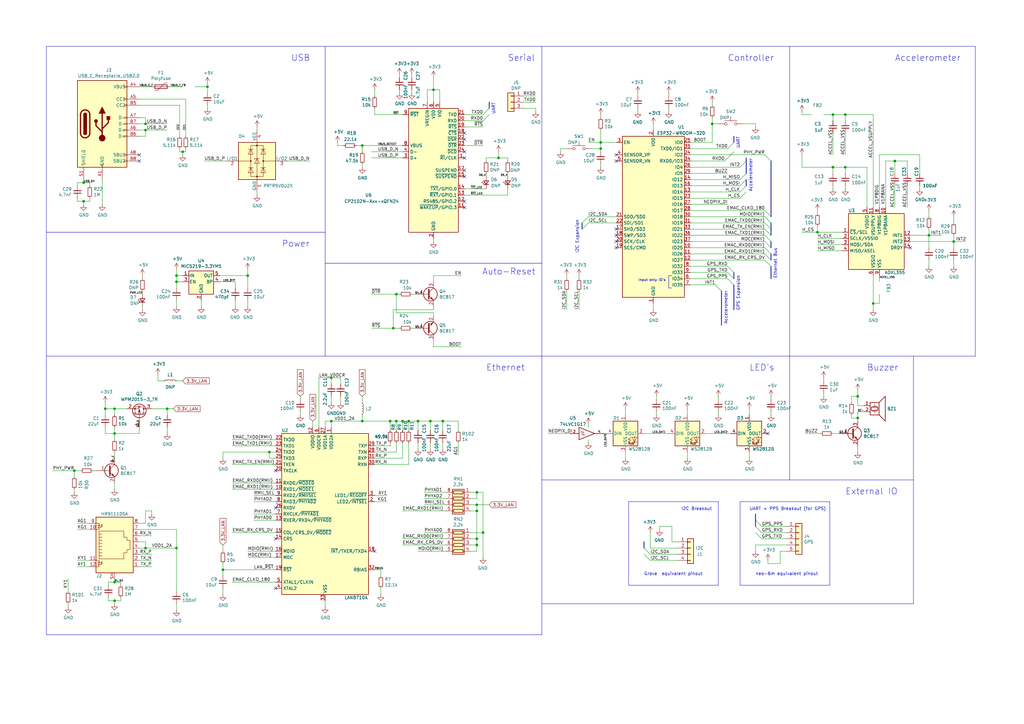
<source format=kicad_sch>
(kicad_sch (version 20200714) (host eeschema "(5.99.0-2352-gba9041609-dirty)")
  (page 1 1)
  (paper "A3")
  (title_block (title "openeew-sensor") (date "2020-08-13") (rev "0.2") (company "OpenEEW") (comment 4 "licensed under the Apache Software License, Version 2"))
  (junction (at 30.48 193.04))
  (junction (at 34.29 74.93))
  (junction (at 34.29 82.55))
  (junction (at 43.18 167.64))
  (junction (at 46.99 167.64))
  (junction (at 46.99 177.8))
  (junction (at 46.99 238.76))
  (junction (at 46.99 246.38))
  (junction (at 59.69 50.8))
  (junction (at 59.69 53.34))
  (junction (at 59.69 224.79))
  (junction (at 68.58 167.64))
  (junction (at 72.39 113.03))
  (junction (at 72.39 115.57))
  (junction (at 72.39 224.79))
  (junction (at 74.93 62.23))
  (junction (at 85.09 35.56))
  (junction (at 91.44 233.68))
  (junction (at 101.6 113.03))
  (junction (at 110.49 185.42))
  (junction (at 135.89 154.94))
  (junction (at 135.89 172.72))
  (junction (at 148.59 59.69))
  (junction (at 148.59 172.72))
  (junction (at 160.02 172.72))
  (junction (at 161.29 134.62))
  (junction (at 162.56 120.65))
  (junction (at 162.56 172.72))
  (junction (at 165.1 172.72))
  (junction (at 167.64 172.72))
  (junction (at 171.45 172.72))
  (junction (at 176.53 172.72))
  (junction (at 177.8 36.83))
  (junction (at 181.61 172.72))
  (junction (at 195.58 201.93))
  (junction (at 195.58 207.01))
  (junction (at 195.58 209.55))
  (junction (at 195.58 220.98))
  (junction (at 195.58 223.52))
  (junction (at 198.12 218.44))
  (junction (at 204.47 64.77))
  (junction (at 246.38 58.42))
  (junction (at 246.38 60.96))
  (junction (at 292.1 50.8))
  (junction (at 335.28 95.25))
  (junction (at 341.63 46.99))
  (junction (at 341.63 68.58))
  (junction (at 346.71 46.99))
  (junction (at 346.71 68.58))
  (junction (at 351.79 162.56))
  (junction (at 351.79 171.45))
  (junction (at 358.14 124.46))
  (junction (at 367.03 66.04))
  (junction (at 381 96.52))
  (junction (at 391.16 99.06))
  (no_connect (at 252.73 101.6))
  (no_connect (at 57.15 66.04))
  (no_connect (at 190.5 72.39))
  (no_connect (at 190.5 69.85))
  (no_connect (at 190.5 85.09))
  (no_connect (at 252.73 66.04))
  (no_connect (at 190.5 62.23))
  (no_connect (at 190.5 57.15))
  (no_connect (at 113.03 193.04))
  (no_connect (at 113.03 208.28))
  (no_connect (at 252.73 99.06))
  (no_connect (at 252.73 93.98))
  (no_connect (at 373.38 101.6))
  (no_connect (at 113.03 220.98))
  (no_connect (at 252.73 63.5))
  (no_connect (at 190.5 64.77))
  (no_connect (at 153.67 226.06))
  (no_connect (at 314.96 177.8))
  (no_connect (at 190.5 82.55))
  (no_connect (at 113.03 241.3))
  (no_connect (at 252.73 96.52))
  (no_connect (at 57.15 63.5))
  (no_connect (at 190.5 54.61))
  (bus_entry (at 198.12 46.99) (size 2.54 -2.54) (stroke (width 0.1524)))
  (bus_entry (at 198.12 49.53) (size 2.54 -2.54) (stroke (width 0.1524)))
  (bus_entry (at 241.3 88.9) (size -2.54 2.54) (stroke (width 0.1524)))
  (bus_entry (at 241.3 91.44) (size -2.54 2.54) (stroke (width 0.1524)))
  (bus_entry (at 266.7 227.33) (size -2.54 -2.54) (stroke (width 0.1524)))
  (bus_entry (at 266.7 229.87) (size -2.54 -2.54) (stroke (width 0.1524)))
  (bus_entry (at 295.91 119.38) (size -2.54 -2.54) (stroke (width 0.1524)))
  (bus_entry (at 298.45 60.96) (size 2.54 -2.54) (stroke (width 0.1524)))
  (bus_entry (at 298.45 64.77) (size 2.54 -2.54) (stroke (width 0.1524)))
  (bus_entry (at 298.45 109.22) (size 2.54 2.54) (stroke (width 0.1524)))
  (bus_entry (at 298.45 111.76) (size 2.54 2.54) (stroke (width 0.1524)))
  (bus_entry (at 298.45 114.3) (size 2.54 2.54) (stroke (width 0.1524)))
  (bus_entry (at 303.53 68.58) (size 2.54 -2.54) (stroke (width 0.1524)))
  (bus_entry (at 303.53 73.66) (size 2.54 -2.54) (stroke (width 0.1524)))
  (bus_entry (at 303.53 76.2) (size 2.54 -2.54) (stroke (width 0.1524)))
  (bus_entry (at 303.53 78.74) (size 2.54 -2.54) (stroke (width 0.1524)))
  (bus_entry (at 306.07 78.74) (size -2.54 2.54) (stroke (width 0.1524)))
  (bus_entry (at 312.42 215.9) (size -2.54 -2.54) (stroke (width 0.1524)))
  (bus_entry (at 312.42 218.44) (size -2.54 -2.54) (stroke (width 0.1524)))
  (bus_entry (at 312.42 220.98) (size -2.54 -2.54) (stroke (width 0.1524)))
  (bus_entry (at 313.69 63.5) (size 2.54 2.54) (stroke (width 0.1524)))
  (bus_entry (at 313.69 86.36) (size 2.54 2.54) (stroke (width 0.1524)))
  (bus_entry (at 313.69 88.9) (size 2.54 2.54) (stroke (width 0.1524)))
  (bus_entry (at 313.69 91.44) (size 2.54 2.54) (stroke (width 0.1524)))
  (bus_entry (at 313.69 93.98) (size 2.54 2.54) (stroke (width 0.1524)))
  (bus_entry (at 313.69 96.52) (size 2.54 2.54) (stroke (width 0.1524)))
  (bus_entry (at 313.69 99.06) (size 2.54 2.54) (stroke (width 0.1524)))
  (bus_entry (at 313.69 101.6) (size 2.54 2.54) (stroke (width 0.1524)))
  (bus_entry (at 313.69 104.14) (size 2.54 2.54) (stroke (width 0.1524)))
  (bus_entry (at 313.69 106.68) (size 2.54 2.54) (stroke (width 0.1524)))
  (wire (pts (xy 27.94 242.57) (xy 27.94 237.49)))
  (wire (pts (xy 27.94 247.65) (xy 27.94 248.92)))
  (wire (pts (xy 30.48 193.04) (xy 21.59 193.04)))
  (wire (pts (xy 30.48 195.58) (xy 30.48 193.04)))
  (wire (pts (xy 30.48 200.66) (xy 30.48 201.93)))
  (wire (pts (xy 31.75 74.93) (xy 34.29 74.93)))
  (wire (pts (xy 31.75 76.2) (xy 31.75 74.93)))
  (wire (pts (xy 31.75 82.55) (xy 31.75 81.28)))
  (wire (pts (xy 33.02 193.04) (xy 30.48 193.04)))
  (wire (pts (xy 34.29 73.66) (xy 34.29 74.93)))
  (wire (pts (xy 34.29 74.93) (xy 36.83 74.93)))
  (wire (pts (xy 34.29 82.55) (xy 31.75 82.55)))
  (wire (pts (xy 34.29 82.55) (xy 34.29 83.82)))
  (wire (pts (xy 36.83 74.93) (xy 36.83 76.2)))
  (wire (pts (xy 36.83 81.28) (xy 36.83 82.55)))
  (wire (pts (xy 36.83 82.55) (xy 34.29 82.55)))
  (wire (pts (xy 36.83 214.63) (xy 31.75 214.63)))
  (wire (pts (xy 36.83 217.17) (xy 31.75 217.17)))
  (wire (pts (xy 36.83 229.87) (xy 31.75 229.87)))
  (wire (pts (xy 36.83 232.41) (xy 31.75 232.41)))
  (wire (pts (xy 38.1 193.04) (xy 39.37 193.04)))
  (wire (pts (xy 41.91 73.66) (xy 41.91 83.82)))
  (wire (pts (xy 43.18 167.64) (xy 43.18 165.1)))
  (wire (pts (xy 43.18 167.64) (xy 46.99 167.64)))
  (wire (pts (xy 43.18 170.18) (xy 43.18 167.64)))
  (wire (pts (xy 43.18 175.26) (xy 43.18 177.8)))
  (wire (pts (xy 43.18 177.8) (xy 46.99 177.8)))
  (wire (pts (xy 44.45 238.76) (xy 46.99 238.76)))
  (wire (pts (xy 44.45 240.03) (xy 44.45 238.76)))
  (wire (pts (xy 44.45 246.38) (xy 44.45 245.11)))
  (wire (pts (xy 46.99 167.64) (xy 46.99 170.18)))
  (wire (pts (xy 46.99 177.8) (xy 46.99 175.26)))
  (wire (pts (xy 46.99 180.34) (xy 46.99 177.8)))
  (wire (pts (xy 46.99 185.42) (xy 46.99 187.96)))
  (wire (pts (xy 46.99 198.12) (xy 46.99 200.66)))
  (wire (pts (xy 46.99 237.49) (xy 46.99 238.76)))
  (wire (pts (xy 46.99 238.76) (xy 49.53 238.76)))
  (wire (pts (xy 46.99 246.38) (xy 44.45 246.38)))
  (wire (pts (xy 46.99 246.38) (xy 46.99 247.65)))
  (wire (pts (xy 49.53 238.76) (xy 49.53 240.03)))
  (wire (pts (xy 49.53 245.11) (xy 49.53 246.38)))
  (wire (pts (xy 49.53 246.38) (xy 46.99 246.38)))
  (wire (pts (xy 52.07 167.64) (xy 46.99 167.64)))
  (wire (pts (xy 57.15 35.56) (xy 62.23 35.56)))
  (wire (pts (xy 57.15 40.64) (xy 76.2 40.64)))
  (wire (pts (xy 57.15 48.26) (xy 59.69 48.26)))
  (wire (pts (xy 57.15 53.34) (xy 59.69 53.34)))
  (wire (pts (xy 57.15 175.26) (xy 57.15 177.8)))
  (wire (pts (xy 57.15 177.8) (xy 46.99 177.8)))
  (wire (pts (xy 57.15 214.63) (xy 59.69 214.63)))
  (wire (pts (xy 57.15 217.17) (xy 72.39 217.17)))
  (wire (pts (xy 57.15 219.71) (xy 62.23 219.71)))
  (wire (pts (xy 57.15 222.25) (xy 59.69 222.25)))
  (wire (pts (xy 57.15 224.79) (xy 59.69 224.79)))
  (wire (pts (xy 57.15 227.33) (xy 62.23 227.33)))
  (wire (pts (xy 57.15 229.87) (xy 62.23 229.87)))
  (wire (pts (xy 57.15 232.41) (xy 62.23 232.41)))
  (wire (pts (xy 58.42 113.03) (xy 58.42 114.3)))
  (wire (pts (xy 58.42 120.65) (xy 58.42 119.38)))
  (wire (pts (xy 58.42 125.73) (xy 58.42 127)))
  (wire (pts (xy 59.69 48.26) (xy 59.69 50.8)))
  (wire (pts (xy 59.69 50.8) (xy 57.15 50.8)))
  (wire (pts (xy 59.69 50.8) (xy 68.58 50.8)))
  (wire (pts (xy 59.69 53.34) (xy 59.69 55.88)))
  (wire (pts (xy 59.69 53.34) (xy 68.58 53.34)))
  (wire (pts (xy 59.69 55.88) (xy 57.15 55.88)))
  (wire (pts (xy 59.69 209.55) (xy 62.23 209.55)))
  (wire (pts (xy 59.69 214.63) (xy 59.69 209.55)))
  (wire (pts (xy 59.69 222.25) (xy 59.69 224.79)))
  (wire (pts (xy 59.69 224.79) (xy 72.39 224.79)))
  (wire (pts (xy 62.23 167.64) (xy 68.58 167.64)))
  (wire (pts (xy 62.23 209.55) (xy 62.23 210.82)))
  (wire (pts (xy 64.77 156.21) (xy 64.77 153.67)))
  (wire (pts (xy 67.31 156.21) (xy 64.77 156.21)))
  (wire (pts (xy 68.58 167.64) (xy 68.58 170.18)))
  (wire (pts (xy 68.58 167.64) (xy 71.12 167.64)))
  (wire (pts (xy 68.58 175.26) (xy 68.58 177.8)))
  (wire (pts (xy 69.85 35.56) (xy 74.93 35.56)))
  (wire (pts (xy 72.39 113.03) (xy 72.39 110.49)))
  (wire (pts (xy 72.39 113.03) (xy 72.39 115.57)))
  (wire (pts (xy 72.39 115.57) (xy 72.39 118.11)))
  (wire (pts (xy 72.39 123.19) (xy 72.39 125.73)))
  (wire (pts (xy 72.39 156.21) (xy 74.93 156.21)))
  (wire (pts (xy 72.39 217.17) (xy 72.39 224.79)))
  (wire (pts (xy 72.39 224.79) (xy 72.39 242.57)))
  (wire (pts (xy 72.39 247.65) (xy 72.39 250.19)))
  (wire (pts (xy 73.66 43.18) (xy 57.15 43.18)))
  (wire (pts (xy 73.66 55.88) (xy 73.66 43.18)))
  (wire (pts (xy 73.66 60.96) (xy 73.66 62.23)))
  (wire (pts (xy 73.66 62.23) (xy 74.93 62.23)))
  (wire (pts (xy 74.93 62.23) (xy 74.93 63.5)))
  (wire (pts (xy 74.93 62.23) (xy 76.2 62.23)))
  (wire (pts (xy 74.93 113.03) (xy 72.39 113.03)))
  (wire (pts (xy 74.93 115.57) (xy 72.39 115.57)))
  (wire (pts (xy 76.2 40.64) (xy 76.2 55.88)))
  (wire (pts (xy 76.2 62.23) (xy 76.2 60.96)))
  (wire (pts (xy 80.01 35.56) (xy 85.09 35.56)))
  (wire (pts (xy 82.55 123.19) (xy 82.55 125.73)))
  (wire (pts (xy 85.09 35.56) (xy 85.09 34.29)))
  (wire (pts (xy 85.09 38.1) (xy 85.09 35.56)))
  (wire (pts (xy 85.09 43.18) (xy 85.09 44.45)))
  (wire (pts (xy 90.17 113.03) (xy 101.6 113.03)))
  (wire (pts (xy 90.17 115.57) (xy 96.52 115.57)))
  (wire (pts (xy 91.44 185.42) (xy 91.44 187.96)))
  (wire (pts (xy 91.44 185.42) (xy 110.49 185.42)))
  (wire (pts (xy 91.44 226.06) (xy 91.44 223.52)))
  (wire (pts (xy 91.44 233.68) (xy 91.44 231.14)))
  (wire (pts (xy 91.44 233.68) (xy 91.44 236.22)))
  (wire (pts (xy 91.44 241.3) (xy 91.44 243.84)))
  (wire (pts (xy 92.71 66.04) (xy 83.82 66.04)))
  (wire (pts (xy 96.52 118.11) (xy 96.52 115.57)))
  (wire (pts (xy 96.52 123.19) (xy 96.52 125.73)))
  (wire (pts (xy 101.6 110.49) (xy 101.6 113.03)))
  (wire (pts (xy 101.6 113.03) (xy 101.6 118.11)))
  (wire (pts (xy 101.6 123.19) (xy 101.6 125.73)))
  (wire (pts (xy 104.14 213.36) (xy 113.03 213.36)))
  (wire (pts (xy 105.41 53.34) (xy 105.41 52.07)))
  (wire (pts (xy 105.41 80.01) (xy 105.41 78.74)))
  (wire (pts (xy 110.49 185.42) (xy 113.03 185.42)))
  (wire (pts (xy 110.49 187.96) (xy 110.49 185.42)))
  (wire (pts (xy 113.03 180.34) (xy 95.25 180.34)))
  (wire (pts (xy 113.03 182.88) (xy 95.25 182.88)))
  (wire (pts (xy 113.03 187.96) (xy 110.49 187.96)))
  (wire (pts (xy 113.03 190.5) (xy 95.25 190.5)))
  (wire (pts (xy 113.03 198.12) (xy 95.25 198.12)))
  (wire (pts (xy 113.03 200.66) (xy 95.25 200.66)))
  (wire (pts (xy 113.03 203.2) (xy 104.14 203.2)))
  (wire (pts (xy 113.03 205.74) (xy 104.14 205.74)))
  (wire (pts (xy 113.03 210.82) (xy 104.14 210.82)))
  (wire (pts (xy 113.03 218.44) (xy 95.25 218.44)))
  (wire (pts (xy 113.03 226.06) (xy 101.6 226.06)))
  (wire (pts (xy 113.03 228.6) (xy 101.6 228.6)))
  (wire (pts (xy 113.03 233.68) (xy 91.44 233.68)))
  (wire (pts (xy 113.03 238.76) (xy 95.25 238.76)))
  (wire (pts (xy 118.11 66.04) (xy 127 66.04)))
  (wire (pts (xy 123.19 163.83) (xy 123.19 162.56)))
  (wire (pts (xy 123.19 168.91) (xy 123.19 170.18)))
  (wire (pts (xy 128.27 175.26) (xy 128.27 172.72)))
  (wire (pts (xy 130.81 154.94) (xy 135.89 154.94)))
  (wire (pts (xy 130.81 175.26) (xy 130.81 154.94)))
  (wire (pts (xy 133.35 172.72) (xy 135.89 172.72)))
  (wire (pts (xy 133.35 175.26) (xy 133.35 172.72)))
  (wire (pts (xy 133.35 246.38) (xy 133.35 248.92)))
  (wire (pts (xy 135.89 154.94) (xy 135.89 157.48)))
  (wire (pts (xy 135.89 162.56) (xy 135.89 165.1)))
  (wire (pts (xy 135.89 172.72) (xy 148.59 172.72)))
  (wire (pts (xy 135.89 175.26) (xy 135.89 172.72)))
  (wire (pts (xy 138.43 59.69) (xy 138.43 58.42)))
  (wire (pts (xy 139.7 154.94) (xy 135.89 154.94)))
  (wire (pts (xy 139.7 157.48) (xy 139.7 154.94)))
  (wire (pts (xy 139.7 162.56) (xy 139.7 165.1)))
  (wire (pts (xy 140.97 59.69) (xy 138.43 59.69)))
  (wire (pts (xy 148.59 59.69) (xy 146.05 59.69)))
  (wire (pts (xy 148.59 59.69) (xy 165.1 59.69)))
  (wire (pts (xy 148.59 62.23) (xy 148.59 59.69)))
  (wire (pts (xy 148.59 67.31) (xy 148.59 68.58)))
  (wire (pts (xy 148.59 162.56) (xy 148.59 165.1)))
  (wire (pts (xy 148.59 170.18) (xy 148.59 172.72)))
  (wire (pts (xy 148.59 172.72) (xy 160.02 172.72)))
  (wire (pts (xy 153.67 39.37) (xy 153.67 36.83)))
  (wire (pts (xy 153.67 46.99) (xy 153.67 44.45)))
  (wire (pts (xy 153.67 182.88) (xy 160.02 182.88)))
  (wire (pts (xy 153.67 185.42) (xy 162.56 185.42)))
  (wire (pts (xy 153.67 187.96) (xy 165.1 187.96)))
  (wire (pts (xy 153.67 190.5) (xy 167.64 190.5)))
  (wire (pts (xy 153.67 203.2) (xy 158.75 203.2)))
  (wire (pts (xy 153.67 205.74) (xy 158.75 205.74)))
  (wire (pts (xy 153.67 233.68) (xy 156.21 233.68)))
  (wire (pts (xy 156.21 233.68) (xy 156.21 236.22)))
  (wire (pts (xy 156.21 241.3) (xy 156.21 243.84)))
  (wire (pts (xy 160.02 176.53) (xy 160.02 172.72)))
  (wire (pts (xy 160.02 182.88) (xy 160.02 181.61)))
  (wire (pts (xy 161.29 127) (xy 161.29 134.62)))
  (wire (pts (xy 161.29 134.62) (xy 152.4 134.62)))
  (wire (pts (xy 161.29 134.62) (xy 163.83 134.62)))
  (wire (pts (xy 162.56 120.65) (xy 152.4 120.65)))
  (wire (pts (xy 162.56 120.65) (xy 163.83 120.65)))
  (wire (pts (xy 162.56 128.27) (xy 162.56 120.65)))
  (wire (pts (xy 162.56 172.72) (xy 160.02 172.72)))
  (wire (pts (xy 162.56 172.72) (xy 165.1 172.72)))
  (wire (pts (xy 162.56 176.53) (xy 162.56 172.72)))
  (wire (pts (xy 162.56 181.61) (xy 162.56 185.42)))
  (wire (pts (xy 163.83 31.75) (xy 163.83 30.48)))
  (wire (pts (xy 163.83 38.1) (xy 163.83 36.83)))
  (wire (pts (xy 165.1 46.99) (xy 153.67 46.99)))
  (wire (pts (xy 165.1 62.23) (xy 152.4 62.23)))
  (wire (pts (xy 165.1 64.77) (xy 152.4 64.77)))
  (wire (pts (xy 165.1 176.53) (xy 165.1 172.72)))
  (wire (pts (xy 165.1 181.61) (xy 165.1 187.96)))
  (wire (pts (xy 167.64 172.72) (xy 165.1 172.72)))
  (wire (pts (xy 167.64 176.53) (xy 167.64 172.72)))
  (wire (pts (xy 167.64 181.61) (xy 167.64 190.5)))
  (wire (pts (xy 168.91 31.75) (xy 168.91 30.48)))
  (wire (pts (xy 168.91 38.1) (xy 168.91 36.83)))
  (wire (pts (xy 168.91 120.65) (xy 170.18 120.65)))
  (wire (pts (xy 168.91 134.62) (xy 170.18 134.62)))
  (wire (pts (xy 171.45 172.72) (xy 167.64 172.72)))
  (wire (pts (xy 171.45 172.72) (xy 176.53 172.72)))
  (wire (pts (xy 171.45 176.53) (xy 171.45 172.72)))
  (wire (pts (xy 171.45 181.61) (xy 171.45 184.15)))
  (wire (pts (xy 173.99 218.44) (xy 182.88 218.44)))
  (wire (pts (xy 175.26 36.83) (xy 175.26 41.91)))
  (wire (pts (xy 175.26 36.83) (xy 177.8 36.83)))
  (wire (pts (xy 176.53 172.72) (xy 176.53 176.53)))
  (wire (pts (xy 176.53 181.61) (xy 176.53 184.15)))
  (wire (pts (xy 177.8 36.83) (xy 177.8 31.75)))
  (wire (pts (xy 177.8 36.83) (xy 180.34 36.83)))
  (wire (pts (xy 177.8 41.91) (xy 177.8 36.83)))
  (wire (pts (xy 177.8 97.79) (xy 177.8 99.06)))
  (wire (pts (xy 177.8 113.03) (xy 189.23 113.03)))
  (wire (pts (xy 177.8 115.57) (xy 177.8 113.03)))
  (wire (pts (xy 177.8 125.73) (xy 177.8 127)))
  (wire (pts (xy 177.8 127) (xy 161.29 127)))
  (wire (pts (xy 177.8 128.27) (xy 162.56 128.27)))
  (wire (pts (xy 177.8 129.54) (xy 177.8 128.27)))
  (wire (pts (xy 177.8 139.7) (xy 177.8 142.24)))
  (wire (pts (xy 177.8 142.24) (xy 189.23 142.24)))
  (wire (pts (xy 180.34 36.83) (xy 180.34 41.91)))
  (wire (pts (xy 181.61 172.72) (xy 176.53 172.72)))
  (wire (pts (xy 181.61 172.72) (xy 181.61 176.53)))
  (wire (pts (xy 181.61 181.61) (xy 181.61 184.15)))
  (wire (pts (xy 182.88 201.93) (xy 173.99 201.93)))
  (wire (pts (xy 182.88 204.47) (xy 173.99 204.47)))
  (wire (pts (xy 182.88 207.01) (xy 173.99 207.01)))
  (wire (pts (xy 182.88 209.55) (xy 165.1 209.55)))
  (wire (pts (xy 182.88 220.98) (xy 165.1 220.98)))
  (wire (pts (xy 182.88 223.52) (xy 165.1 223.52)))
  (wire (pts (xy 182.88 226.06) (xy 171.45 226.06)))
  (wire (pts (xy 187.96 172.72) (xy 181.61 172.72)))
  (wire (pts (xy 187.96 176.53) (xy 187.96 172.72)))
  (wire (pts (xy 187.96 181.61) (xy 187.96 186.69)))
  (wire (pts (xy 190.5 46.99) (xy 198.12 46.99)))
  (wire (pts (xy 190.5 52.07) (xy 198.12 52.07)))
  (wire (pts (xy 190.5 59.69) (xy 198.12 59.69)))
  (wire (pts (xy 190.5 77.47) (xy 199.39 77.47)))
  (wire (pts (xy 193.04 204.47) (xy 195.58 204.47)))
  (wire (pts (xy 193.04 209.55) (xy 195.58 209.55)))
  (wire (pts (xy 193.04 220.98) (xy 195.58 220.98)))
  (wire (pts (xy 193.04 223.52) (xy 195.58 223.52)))
  (wire (pts (xy 193.04 226.06) (xy 195.58 226.06)))
  (wire (pts (xy 195.58 201.93) (xy 193.04 201.93)))
  (wire (pts (xy 195.58 201.93) (xy 198.12 201.93)))
  (wire (pts (xy 195.58 204.47) (xy 195.58 201.93)))
  (wire (pts (xy 195.58 207.01) (xy 193.04 207.01)))
  (wire (pts (xy 195.58 209.55) (xy 195.58 207.01)))
  (wire (pts (xy 195.58 220.98) (xy 195.58 209.55)))
  (wire (pts (xy 195.58 223.52) (xy 195.58 220.98)))
  (wire (pts (xy 195.58 226.06) (xy 195.58 223.52)))
  (wire (pts (xy 198.12 49.53) (xy 190.5 49.53)))
  (wire (pts (xy 198.12 201.93) (xy 198.12 218.44)))
  (wire (pts (xy 198.12 218.44) (xy 193.04 218.44)))
  (wire (pts (xy 198.12 218.44) (xy 198.12 228.6)))
  (wire (pts (xy 199.39 64.77) (xy 199.39 66.04)))
  (wire (pts (xy 199.39 72.39) (xy 199.39 71.12)))
  (wire (pts (xy 200.66 207.01) (xy 195.58 207.01)))
  (wire (pts (xy 204.47 62.23) (xy 204.47 64.77)))
  (wire (pts (xy 204.47 64.77) (xy 199.39 64.77)))
  (wire (pts (xy 208.28 64.77) (xy 204.47 64.77)))
  (wire (pts (xy 208.28 64.77) (xy 208.28 66.04)))
  (wire (pts (xy 208.28 72.39) (xy 208.28 71.12)))
  (wire (pts (xy 208.28 77.47) (xy 208.28 80.01)))
  (wire (pts (xy 208.28 80.01) (xy 190.5 80.01)))
  (wire (pts (xy 214.63 41.91) (xy 219.71 41.91)))
  (wire (pts (xy 219.71 39.37) (xy 214.63 39.37)))
  (wire (pts (xy 219.71 44.45) (xy 214.63 44.45)))
  (wire (pts (xy 219.71 45.72) (xy 219.71 44.45)))
  (wire (pts (xy 224.79 177.8) (xy 233.68 177.8)))
  (wire (pts (xy 229.87 60.96) (xy 229.87 62.23)))
  (wire (pts (xy 232.41 60.96) (xy 229.87 60.96)))
  (wire (pts (xy 232.41 114.3) (xy 232.41 113.03)))
  (wire (pts (xy 232.41 119.38) (xy 232.41 127)))
  (wire (pts (xy 237.49 114.3) (xy 237.49 113.03)))
  (wire (pts (xy 237.49 119.38) (xy 237.49 127)))
  (wire (pts (xy 241.3 173.99) (xy 241.3 175.26)))
  (wire (pts (xy 241.3 181.61) (xy 241.3 180.34)))
  (wire (pts (xy 242.57 60.96) (xy 246.38 60.96)))
  (wire (pts (xy 246.38 48.26) (xy 246.38 46.99)))
  (wire (pts (xy 246.38 53.34) (xy 246.38 58.42)))
  (wire (pts (xy 246.38 58.42) (xy 241.3 58.42)))
  (wire (pts (xy 246.38 60.96) (xy 246.38 58.42)))
  (wire (pts (xy 246.38 62.23) (xy 246.38 60.96)))
  (wire (pts (xy 246.38 67.31) (xy 246.38 68.58)))
  (wire (pts (xy 247.65 177.8) (xy 248.92 177.8)))
  (wire (pts (xy 252.73 58.42) (xy 246.38 58.42)))
  (wire (pts (xy 252.73 88.9) (xy 241.3 88.9)))
  (wire (pts (xy 252.73 91.44) (xy 241.3 91.44)))
  (wire (pts (xy 256.54 170.18) (xy 256.54 167.64)))
  (wire (pts (xy 256.54 185.42) (xy 256.54 187.96)))
  (wire (pts (xy 261.62 39.37) (xy 261.62 38.1)))
  (wire (pts (xy 261.62 45.72) (xy 261.62 44.45)))
  (wire (pts (xy 264.16 177.8) (xy 274.32 177.8)))
  (wire (pts (xy 266.7 224.79) (xy 266.7 218.44)))
  (wire (pts (xy 266.7 224.79) (xy 278.13 224.79)))
  (wire (pts (xy 267.97 53.34) (xy 267.97 50.8)))
  (wire (pts (xy 267.97 124.46) (xy 267.97 127)))
  (wire (pts (xy 269.24 163.83) (xy 269.24 162.56)))
  (wire (pts (xy 269.24 170.18) (xy 269.24 168.91)))
  (wire (pts (xy 270.51 215.9) (xy 270.51 217.17)))
  (wire (pts (xy 274.32 39.37) (xy 274.32 38.1)))
  (wire (pts (xy 274.32 45.72) (xy 274.32 44.45)))
  (wire (pts (xy 275.59 215.9) (xy 270.51 215.9)))
  (wire (pts (xy 275.59 215.9) (xy 275.59 222.25)))
  (wire (pts (xy 278.13 222.25) (xy 275.59 222.25)))
  (wire (pts (xy 278.13 227.33) (xy 266.7 227.33)))
  (wire (pts (xy 278.13 229.87) (xy 266.7 229.87)))
  (wire (pts (xy 281.94 170.18) (xy 281.94 167.64)))
  (wire (pts (xy 281.94 185.42) (xy 281.94 187.96)))
  (wire (pts (xy 283.21 63.5) (xy 313.69 63.5)))
  (wire (pts (xy 283.21 66.04) (xy 297.18 66.04)))
  (wire (pts (xy 283.21 68.58) (xy 303.53 68.58)))
  (wire (pts (xy 283.21 71.12) (xy 298.45 71.12)))
  (wire (pts (xy 283.21 73.66) (xy 303.53 73.66)))
  (wire (pts (xy 283.21 76.2) (xy 303.53 76.2)))
  (wire (pts (xy 283.21 78.74) (xy 303.53 78.74)))
  (wire (pts (xy 283.21 81.28) (xy 303.53 81.28)))
  (wire (pts (xy 283.21 83.82) (xy 298.45 83.82)))
  (wire (pts (xy 283.21 86.36) (xy 313.69 86.36)))
  (wire (pts (xy 283.21 88.9) (xy 313.69 88.9)))
  (wire (pts (xy 283.21 91.44) (xy 313.69 91.44)))
  (wire (pts (xy 283.21 93.98) (xy 313.69 93.98)))
  (wire (pts (xy 283.21 96.52) (xy 313.69 96.52)))
  (wire (pts (xy 283.21 99.06) (xy 313.69 99.06)))
  (wire (pts (xy 283.21 101.6) (xy 313.69 101.6)))
  (wire (pts (xy 283.21 104.14) (xy 313.69 104.14)))
  (wire (pts (xy 283.21 106.68) (xy 313.69 106.68)))
  (wire (pts (xy 283.21 109.22) (xy 298.45 109.22)))
  (wire (pts (xy 283.21 111.76) (xy 298.45 111.76)))
  (wire (pts (xy 283.21 114.3) (xy 298.45 114.3)))
  (wire (pts (xy 283.21 116.84) (xy 293.37 116.84)))
  (wire (pts (xy 289.56 177.8) (xy 299.72 177.8)))
  (wire (pts (xy 292.1 43.18) (xy 292.1 41.91)))
  (wire (pts (xy 292.1 48.26) (xy 292.1 50.8)))
  (wire (pts (xy 292.1 50.8) (xy 292.1 58.42)))
  (wire (pts (xy 292.1 50.8) (xy 294.64 50.8)))
  (wire (pts (xy 292.1 58.42) (xy 283.21 58.42)))
  (wire (pts (xy 294.64 163.83) (xy 294.64 162.56)))
  (wire (pts (xy 294.64 170.18) (xy 294.64 168.91)))
  (wire (pts (xy 297.18 66.04) (xy 298.45 64.77)))
  (wire (pts (xy 298.45 60.96) (xy 283.21 60.96)))
  (wire (pts (xy 307.34 170.18) (xy 307.34 167.64)))
  (wire (pts (xy 307.34 185.42) (xy 307.34 187.96)))
  (wire (pts (xy 309.88 50.8) (xy 304.8 50.8)))
  (wire (pts (xy 309.88 50.8) (xy 309.88 52.07)))
  (wire (pts (xy 309.88 223.52) (xy 309.88 226.06)))
  (wire (pts (xy 314.96 231.14) (xy 314.96 229.87)))
  (wire (pts (xy 316.23 163.83) (xy 316.23 162.56)))
  (wire (pts (xy 316.23 170.18) (xy 316.23 168.91)))
  (wire (pts (xy 320.04 226.06) (xy 322.58 226.06)))
  (wire (pts (xy 320.04 231.14) (xy 314.96 231.14)))
  (wire (pts (xy 320.04 231.14) (xy 320.04 226.06)))
  (wire (pts (xy 322.58 215.9) (xy 312.42 215.9)))
  (wire (pts (xy 322.58 218.44) (xy 312.42 218.44)))
  (wire (pts (xy 322.58 220.98) (xy 312.42 220.98)))
  (wire (pts (xy 322.58 223.52) (xy 309.88 223.52)))
  (wire (pts (xy 328.93 46.99) (xy 328.93 45.72)))
  (wire (pts (xy 328.93 46.99) (xy 332.74 46.99)))
  (wire (pts (xy 328.93 63.5) (xy 328.93 68.58)))
  (wire (pts (xy 328.93 68.58) (xy 341.63 68.58)))
  (wire (pts (xy 335.28 87.63) (xy 335.28 86.36)))
  (wire (pts (xy 335.28 92.71) (xy 335.28 95.25)))
  (wire (pts (xy 335.28 95.25) (xy 328.93 95.25)))
  (wire (pts (xy 335.28 95.25) (xy 345.44 95.25)))
  (wire (pts (xy 336.55 177.8) (xy 330.2 177.8)))
  (wire (pts (xy 337.82 46.99) (xy 341.63 46.99)))
  (wire (pts (xy 337.82 156.21) (xy 337.82 154.94)))
  (wire (pts (xy 337.82 162.56) (xy 337.82 161.29)))
  (wire (pts (xy 341.63 46.99) (xy 341.63 49.53)))
  (wire (pts (xy 341.63 63.5) (xy 341.63 54.61)))
  (wire (pts (xy 341.63 68.58) (xy 341.63 71.12)))
  (wire (pts (xy 341.63 68.58) (xy 346.71 68.58)))
  (wire (pts (xy 341.63 77.47) (xy 341.63 76.2)))
  (wire (pts (xy 341.63 177.8) (xy 344.17 177.8)))
  (wire (pts (xy 345.44 97.79) (xy 335.28 97.79)))
  (wire (pts (xy 345.44 100.33) (xy 335.28 100.33)))
  (wire (pts (xy 345.44 102.87) (xy 335.28 102.87)))
  (wire (pts (xy 346.71 46.99) (xy 341.63 46.99)))
  (wire (pts (xy 346.71 46.99) (xy 346.71 49.53)))
  (wire (pts (xy 346.71 63.5) (xy 346.71 54.61)))
  (wire (pts (xy 346.71 68.58) (xy 355.6 68.58)))
  (wire (pts (xy 346.71 71.12) (xy 346.71 68.58)))
  (wire (pts (xy 346.71 77.47) (xy 346.71 76.2)))
  (wire (pts (xy 349.25 162.56) (xy 351.79 162.56)))
  (wire (pts (xy 349.25 165.1) (xy 349.25 162.56)))
  (wire (pts (xy 349.25 170.18) (xy 349.25 171.45)))
  (wire (pts (xy 349.25 171.45) (xy 351.79 171.45)))
  (wire (pts (xy 351.79 160.02) (xy 351.79 162.56)))
  (wire (pts (xy 351.79 166.37) (xy 351.79 162.56)))
  (wire (pts (xy 351.79 168.91) (xy 354.33 168.91)))
  (wire (pts (xy 351.79 171.45) (xy 351.79 168.91)))
  (wire (pts (xy 351.79 172.72) (xy 351.79 171.45)))
  (wire (pts (xy 351.79 185.42) (xy 351.79 182.88)))
  (wire (pts (xy 354.33 166.37) (xy 351.79 166.37)))
  (wire (pts (xy 355.6 68.58) (xy 355.6 85.09)))
  (wire (pts (xy 358.14 46.99) (xy 346.71 46.99)))
  (wire (pts (xy 358.14 85.09) (xy 358.14 46.99)))
  (wire (pts (xy 358.14 113.03) (xy 358.14 124.46)))
  (wire (pts (xy 358.14 124.46) (xy 358.14 127)))
  (wire (pts (xy 360.68 63.5) (xy 360.68 85.09)))
  (wire (pts (xy 360.68 63.5) (xy 377.19 63.5)))
  (wire (pts (xy 360.68 113.03) (xy 360.68 115.57)))
  (wire (pts (xy 360.68 120.65) (xy 360.68 124.46)))
  (wire (pts (xy 360.68 124.46) (xy 358.14 124.46)))
  (wire (pts (xy 363.22 66.04) (xy 363.22 85.09)))
  (wire (pts (xy 363.22 66.04) (xy 367.03 66.04)))
  (wire (pts (xy 367.03 66.04) (xy 367.03 71.12)))
  (wire (pts (xy 367.03 76.2) (xy 367.03 85.09)))
  (wire (pts (xy 372.11 66.04) (xy 367.03 66.04)))
  (wire (pts (xy 372.11 71.12) (xy 372.11 66.04)))
  (wire (pts (xy 372.11 76.2) (xy 372.11 85.09)))
  (wire (pts (xy 373.38 96.52) (xy 381 96.52)))
  (wire (pts (xy 373.38 99.06) (xy 391.16 99.06)))
  (wire (pts (xy 377.19 63.5) (xy 377.19 71.12)))
  (wire (pts (xy 377.19 77.47) (xy 377.19 76.2)))
  (wire (pts (xy 381 86.36) (xy 381 88.9)))
  (wire (pts (xy 381 93.98) (xy 381 96.52)))
  (wire (pts (xy 381 96.52) (xy 386.08 96.52)))
  (wire (pts (xy 381 101.6) (xy 381 96.52)))
  (wire (pts (xy 381 106.68) (xy 381 109.22)))
  (wire (pts (xy 391.16 88.9) (xy 391.16 91.44)))
  (wire (pts (xy 391.16 96.52) (xy 391.16 99.06)))
  (wire (pts (xy 391.16 99.06) (xy 396.24 99.06)))
  (wire (pts (xy 391.16 101.6) (xy 391.16 99.06)))
  (wire (pts (xy 391.16 106.68) (xy 391.16 109.22)))
  (bus (pts (xy 200.66 41.91) (xy 200.66 46.99)))
  (bus (pts (xy 238.76 91.44) (xy 238.76 104.14)))
  (bus (pts (xy 264.16 222.25) (xy 264.16 227.33)))
  (bus (pts (xy 295.91 133.35) (xy 295.91 119.38)))
  (bus (pts (xy 300.99 55.88) (xy 300.99 62.23)))
  (bus (pts (xy 300.99 111.76) (xy 300.99 116.84)))
  (bus (pts (xy 300.99 116.84) (xy 300.99 127)))
  (bus (pts (xy 306.07 64.77) (xy 306.07 66.04)))
  (bus (pts (xy 306.07 66.04) (xy 306.07 73.66)))
  (bus (pts (xy 306.07 73.66) (xy 306.07 78.74)))
  (bus (pts (xy 309.88 210.82) (xy 309.88 213.36)))
  (bus (pts (xy 309.88 213.36) (xy 309.88 218.44)))
  (bus (pts (xy 316.23 66.04) (xy 316.23 91.44)))
  (bus (pts (xy 316.23 91.44) (xy 316.23 93.98)))
  (bus (pts (xy 316.23 93.98) (xy 316.23 99.06)))
  (bus (pts (xy 316.23 99.06) (xy 316.23 104.14)))
  (bus (pts (xy 316.23 104.14) (xy 316.23 109.22)))
  (bus (pts (xy 316.23 109.22) (xy 316.23 114.3)))
  (polyline (pts (xy 19.05 19.05) (xy 19.05 260.35)) (stroke (width 0) (type solid)))
  (polyline (pts (xy 19.05 19.05) (xy 400.05 19.05)) (stroke (width 0) (type solid)))
  (polyline (pts (xy 19.05 95.25) (xy 133.35 95.25)) (stroke (width 0) (type solid)))
  (polyline (pts (xy 19.05 146.05) (xy 400.05 146.05)) (stroke (width 0) (type solid)))
  (polyline (pts (xy 133.35 19.05) (xy 133.35 146.05)) (stroke (width 0) (type solid)))
  (polyline (pts (xy 133.35 107.95) (xy 222.25 107.95)) (stroke (width 0) (type solid)))
  (polyline (pts (xy 222.25 19.05) (xy 222.25 260.35)) (stroke (width 0) (type solid)))
  (polyline (pts (xy 222.25 196.85) (xy 374.65 196.85)) (stroke (width 0) (type solid)))
  (polyline (pts (xy 222.25 260.35) (xy 19.05 260.35)) (stroke (width 0) (type solid)))
  (polyline (pts (xy 257.81 205.74) (xy 294.64 205.74)) (stroke (width 0) (type solid)))
  (polyline (pts (xy 257.81 240.03) (xy 257.81 205.74)) (stroke (width 0) (type solid)))
  (polyline (pts (xy 274.32 113.03) (xy 274.32 118.11)) (stroke (width 0) (type solid)))
  (polyline (pts (xy 274.32 118.11) (xy 275.59 118.11)) (stroke (width 0) (type solid)))
  (polyline (pts (xy 275.59 113.03) (xy 274.32 113.03)) (stroke (width 0) (type solid)))
  (polyline (pts (xy 294.64 205.74) (xy 294.64 240.03)) (stroke (width 0) (type solid)))
  (polyline (pts (xy 294.64 240.03) (xy 257.81 240.03)) (stroke (width 0) (type solid)))
  (polyline (pts (xy 303.53 205.74) (xy 340.36 205.74)) (stroke (width 0) (type solid)))
  (polyline (pts (xy 303.53 240.03) (xy 303.53 205.74)) (stroke (width 0) (type solid)))
  (polyline (pts (xy 323.85 19.05) (xy 323.85 196.85)) (stroke (width 0) (type solid)))
  (polyline (pts (xy 340.36 205.74) (xy 340.36 240.03)) (stroke (width 0) (type solid)))
  (polyline (pts (xy 340.36 240.03) (xy 303.53 240.03)) (stroke (width 0) (type solid)))
  (polyline (pts (xy 374.65 146.05) (xy 374.65 247.65)) (stroke (width 0) (type solid)))
  (polyline (pts (xy 374.65 247.65) (xy 222.25 247.65)) (stroke (width 0) (type solid)))
  (polyline (pts (xy 400.05 19.05) (xy 400.05 146.05)) (stroke (width 0) (type solid)))
  (text "Power" (at 115.57 101.6 0) (effects (font (size 2.54 2.54)) (justify left bottom)))
  (text "USB" (at 119.38 25.4 0) (effects (font (size 2.54 2.54)) (justify left bottom)))
  (text "Ethernet" (at 199.39 152.4 0) (effects (font (size 2.54 2.54)) (justify left bottom)))
  (text "UART" (at 203.2 46.99 90) (effects (font (size 1.27 1.27)) (justify left bottom)))
  (text "Serial\n" (at 208.28 25.4 0) (effects (font (size 2.54 2.54)) (justify left bottom)))
  (text "Auto-Reset" (at 219.71 113.03 180) (effects (font (size 2.54 2.54)) (justify right bottom)))
  (text "I2C Expansion" (at 237.49 90.17 270) (effects (font (size 1.27 1.27)) (justify right bottom)))
  (text "Grove  equivalent pinout" (at 264.16 236.22 0) (effects (font (size 1.27 1.27)) (justify left bottom)))
  (text "Input only IO's" (at 273.05 115.57 180) (effects (font (size 0.9906 0.9906)) (justify right bottom)))
  (text "I2C Breakout" (at 279.4 209.55 0) (effects (font (size 1.27 1.27)) (justify left bottom)))
  (text "Controller" (at 298.45 25.4 0) (effects (font (size 2.54 2.54)) (justify left bottom)))
  (text "Accelerometer" (at 298.45 119.38 270) (effects (font (size 1.27 1.27)) (justify right bottom)))
  (text "UART" (at 303.53 60.96 90) (effects (font (size 1.27 1.27)) (justify left bottom)))
  (text "GPS Expansion" (at 303.53 113.03 270) (effects (font (size 1.27 1.27)) (justify right bottom)))
  (text "LED's" (at 307.34 152.4 0) (effects (font (size 2.54 2.54)) (justify left bottom)))
  (text "UART + PPS Breakout (for GPS)" (at 307.34 209.55 0) (effects (font (size 1.27 1.27)) (justify left bottom)))
  (text "Accelerometer" (at 308.61 78.74 90) (effects (font (size 1.27 1.27)) (justify left bottom)))
  (text "neo-6m equivalent pinout" (at 309.88 236.22 0) (effects (font (size 1.27 1.27)) (justify left bottom)))
  (text "Ethernet Bus" (at 318.77 114.3 90) (effects (font (size 1.27 1.27)) (justify left bottom)))
  (text "External IO" (at 346.71 203.2 0) (effects (font (size 2.54 2.54)) (justify left bottom)))
  (text "Buzzer" (at 355.6 152.4 0) (effects (font (size 2.54 2.54)) (justify left bottom)))
  (text "Accelerometer" (at 367.03 25.4 0) (effects (font (size 2.54 2.54)) (justify left bottom)))
  (label "PHY_PWR" (at 21.59 193.04 0))
  (label "KY1" (at 27.94 237.49 270))
  (label "AG1" (at 31.75 214.63 0))
  (label "KG1" (at 31.75 217.17 0))
  (label "KY1" (at 31.75 229.87 0))
  (label "AY1" (at 31.75 232.41 0))
  (label "USB_SH" (at 34.29 74.93 0) (effects (font (size 0.762 0.762))))
  (label "Q1_C" (at 46.99 186.69 270) (effects (font (size 0.762 0.762))))
  (label "RJ_SH" (at 46.99 238.76 0) (effects (font (size 0.762 0.762))))
  (label "VBUS_C_F" (at 57.15 35.56 0) (effects (font (size 0.762 0.762))))
  (label "Q2_G" (at 57.15 175.26 90) (effects (font (size 0.762 0.762))))
  (label "PWR_LED" (at 58.42 120.65 180) (effects (font (size 0.762 0.762))))
  (label "RX_N" (at 62.23 219.71 180))
  (label "VDD1_2A" (at 62.23 224.79 0))
  (label "RX_P" (at 62.23 227.33 180))
  (label "TX_N" (at 62.23 229.87 180))
  (label "TX_P" (at 62.23 232.41 180))
  (label "USB_D_N" (at 68.58 50.8 180))
  (label "USB_D_P" (at 68.58 53.34 180))
  (label "VBUS_F_FB" (at 69.85 35.56 0) (effects (font (size 0.762 0.762))))
  (label "CC2" (at 73.66 53.34 90) (effects (font (size 0.762 0.762))))
  (label "CC1" (at 76.2 53.34 90) (effects (font (size 0.762 0.762))))
  (label "USB_D_P" (at 83.82 66.04 0))
  (label "EMAC_TXD0(RMII)" (at 95.25 180.34 0))
  (label "EMAC_TXD1(RMII)" (at 95.25 182.88 0))
  (label "EMAC_TX_EN(RMII)" (at 95.25 190.5 0))
  (label "EMAC_RXD0(RMII)" (at 95.25 198.12 0))
  (label "EMAC_RXD1(RMII)" (at 95.25 200.66 0))
  (label "EMAC_RX_CRS_DV" (at 95.25 218.44 0))
  (label "EMAC_CLKO_180" (at 95.25 238.76 0))
  (label "LDO_BYP" (at 96.52 115.57 180) (effects (font (size 0.762 0.762))))
  (label "MDIO(RMII)" (at 101.6 226.06 0))
  (label "MDC(RMII)" (at 101.6 228.6 0))
  (label "RMII_SEL" (at 104.14 203.2 0))
  (label "PHYAD2" (at 104.14 205.74 0))
  (label "PHYAD1" (at 104.14 210.82 0))
  (label "PHYAD0" (at 104.14 213.36 0))
  (label "LAN_~RST" (at 104.14 233.68 0))
  (label "USB_D_N" (at 127 66.04 180))
  (label "LAN_VDDCR" (at 130.81 154.94 0))
  (label "VDD1_2A" (at 137.16 172.72 0))
  (label "~DTR" (at 152.4 120.65 0))
  (label "~RTS" (at 152.4 134.62 0))
  (label "RBIAS" (at 153.67 233.68 0) (effects (font (size 0.762 0.762))))
  (label "VBUS_DETECT" (at 154.94 59.69 0) (effects (font (size 0.762 0.762))))
  (label "USB_D_N" (at 154.94 62.23 0))
  (label "USB_D_P" (at 154.94 64.77 0))
  (label "TX_P" (at 158.75 182.88 180))
  (label "TX_N" (at 158.75 185.42 180))
  (label "RX_P" (at 158.75 187.96 180))
  (label "RX_N" (at 158.75 190.5 180))
  (label "AY1" (at 158.75 203.2 180))
  (label "KG1" (at 158.75 205.74 180))
  (label "~RST" (at 161.29 46.99 0) (effects (font (size 0.762 0.762))))
  (label "EMAC_RXD1(RMII)" (at 165.1 209.55 0))
  (label "EMAC_RXD0(RMII)" (at 165.1 220.98 0))
  (label "EMAC_RX_CRS_DV" (at 165.1 223.52 0))
  (label "Q4_B" (at 170.18 120.65 0) (effects (font (size 0.762 0.762))))
  (label "Q5_B" (at 170.18 134.62 0) (effects (font (size 0.762 0.762))))
  (label "MDIO(RMII)" (at 171.45 226.06 0))
  (label "PHYAD1" (at 173.99 201.93 0))
  (label "PHYAD2" (at 173.99 204.47 0))
  (label "RMII_SEL" (at 173.99 207.01 0))
  (label "PHYAD0" (at 173.99 218.44 0))
  (label "AG1" (at 187.96 186.69 90))
  (label "EN" (at 189.23 113.03 180))
  (label "BOOT" (at 189.23 142.24 180))
  (label "~TXT~_LED" (at 193.04 77.47 0) (effects (font (size 0.762 0.762))))
  (label "~RXT~_LED" (at 193.04 80.01 0) (effects (font (size 0.762 0.762))))
  (label "TXD0" (at 198.12 46.99 180))
  (label "RXD0" (at 198.12 49.53 180))
  (label "~RTS" (at 198.12 52.07 180))
  (label "~DTR" (at 198.12 59.69 180))
  (label "D6_K" (at 199.39 72.39 180) (effects (font (size 0.762 0.762))))
  (label "D5_K" (at 208.28 72.39 180) (effects (font (size 0.762 0.762))))
  (label "RXD0" (at 219.71 39.37 180))
  (label "TXD0" (at 219.71 41.91 180))
  (label "NEOPIX_DI" (at 224.79 177.8 0))
  (label "I2C_SDA" (at 232.41 127 90))
  (label "I2C_SCL" (at 237.49 127 90))
  (label "EN" (at 241.3 58.42 0))
  (label "I2C_SDA" (at 241.3 88.9 0))
  (label "I2C_SCL" (at 241.3 91.44 0))
  (label "LED_DAT0" (at 248.92 177.8 270) (effects (font (size 0.762 0.762))))
  (label "I2C_SDA" (at 266.7 227.33 0))
  (label "I2C_SCL" (at 266.7 229.87 0))
  (label "LED_DAT1" (at 273.05 177.8 180) (effects (font (size 0.762 0.762))))
  (label "BOOT" (at 284.48 58.42 0))
  (label "INT1" (at 293.37 116.84 180))
  (label "RXD0" (at 297.18 66.04 180))
  (label "TXD0" (at 298.45 60.96 180))
  (label "BUZZ" (at 298.45 71.12 180))
  (label "NEOPIX_DI" (at 298.45 83.82 180))
  (label "GPS_RXD" (at 298.45 109.22 180))
  (label "GPS_TXD" (at 298.45 111.76 180))
  (label "GPS_PPS" (at 298.45 114.3 180))
  (label "LED_DAT2" (at 298.45 177.8 180) (effects (font (size 0.762 0.762))))
  (label "INT2" (at 303.53 68.58 180))
  (label "H_MISO" (at 303.53 73.66 180))
  (label "H_MOSI" (at 303.53 76.2 180))
  (label "H_CLK" (at 303.53 78.74 180))
  (label "H_CS" (at 303.53 81.28 180))
  (label "GPS_PPS" (at 312.42 215.9 0))
  (label "GPS_RXD" (at 312.42 218.44 0))
  (label "GPS_TXD" (at 312.42 220.98 0))
  (label "PHY_PWR" (at 313.69 63.5 180))
  (label "EMAC_CLKO_180" (at 313.69 86.36 180))
  (label "MDIO(RMII)" (at 313.69 88.9 180))
  (label "EMAC_TXD0(RMII)" (at 313.69 91.44 180))
  (label "EMAC_TX_EN(RMII)" (at 313.69 93.98 180))
  (label "EMAC_TXD1(RMII)" (at 313.69 96.52 180))
  (label "MDC(RMII)" (at 313.69 99.06 180))
  (label "EMAC_RXD0(RMII)" (at 313.69 101.6 180))
  (label "EMAC_RXD1(RMII)" (at 313.69 104.14 180))
  (label "EMAC_RX_CRS_DV" (at 313.69 106.68 180))
  (label "H_CS" (at 328.93 95.25 0))
  (label "BUZZ" (at 330.2 177.8 0))
  (label "H_CLK" (at 335.28 97.79 0))
  (label "H_MOSI" (at 335.28 100.33 0))
  (label "H_MISO" (at 335.28 102.87 0))
  (label "ACCEL_VSS" (at 341.63 63.5 90))
  (label "Q3_B" (at 344.17 177.8 0) (effects (font (size 0.762 0.762))))
  (label "ACCEL_VSS" (at 346.71 63.5 90))
  (label "BZ-" (at 351.79 168.91 0) (effects (font (size 0.762 0.762))))
  (label "ACCEL_VSUPPLY" (at 358.14 49.53 270))
  (label "V1P8DIG" (at 360.68 83.82 90))
  (label "ACCEL_VSS" (at 360.68 114.3 0) (effects (font (size 0.762 0.762))))
  (label "V1P8ANA" (at 363.22 83.82 90))
  (label "ACCEL_VSS" (at 367.03 85.09 90))
  (label "ACCEL_VSS" (at 372.11 85.09 90))
  (label "INT1" (at 386.08 96.52 180))
  (label "INT2" (at 396.24 99.06 180))
  (global_label "3.3V_LAN" (shape input) (at 71.12 167.64 0))
  (global_label "3.3V_LAN" (shape input) (at 74.93 156.21 0))
  (global_label "3.3V_LAN" (shape input) (at 91.44 223.52 90))
  (global_label "3.3V_LAN" (shape input) (at 123.19 162.56 90))
  (global_label "3.3V_LAN" (shape input) (at 128.27 172.72 90))
  (global_label "3.3V_LAN" (shape input) (at 148.59 162.56 90))
  (global_label "3.3V_LAN" (shape input) (at 200.66 207.01 0))
  (symbol (lib_id "Device:L_Small") (at 69.85 156.21 90) (unit 1)
    (property "Reference" "L1" (at 69.85 153.67 90))
    (property "Value" "DNP" (at 69.85 158.75 90))
    (property "Footprint" "Inductor_SMD:L_0805_2012Metric" (effects hide))
  )
  (symbol (lib_id "Device:L_Small") (at 148.59 167.64 0) (unit 1)
    (property "Reference" "L2" (at 151.13 167.64 0))
    (property "Value" "MPZ2012S601ATD25" (effects hide))
    (property "Footprint" "Inductor_SMD:L_0805_2012Metric" (effects hide))
  )
  (symbol (lib_id "power:+3.3V") (at 43.18 165.1 0) (unit 1)
    (property "Reference" "#PWR01" (effects hide))
    (property "Value" "+3.3V" (at 43.561 160.7058 0))
  )
  (symbol (lib_id "power:+5V") (at 58.42 113.03 0) (unit 1)
    (property "Reference" "#PWR073" (effects hide))
    (property "Value" "+5V" (at 58.801 108.6358 0))
  )
  (symbol (lib_id "power:+3.3V") (at 64.77 153.67 0) (unit 1)
    (property "Reference" "#PWR010" (effects hide))
    (property "Value" "+3.3V" (at 65.151 149.2758 0))
  )
  (symbol (lib_id "power:+5V") (at 72.39 110.49 0) (unit 1)
    (property "Reference" "#PWR057" (effects hide))
    (property "Value" "+5V" (at 72.771 106.0958 0))
  )
  (symbol (lib_id "power:+5V") (at 85.09 34.29 0) (unit 1)
    (property "Reference" "#PWR06" (effects hide))
    (property "Value" "+5V" (at 85.471 29.8958 0))
  )
  (symbol (lib_id "power:+3V3") (at 101.6 110.49 0) (unit 1)
    (property "Reference" "#PWR064" (effects hide))
    (property "Value" "+3V3" (at 101.981 106.0958 0))
  )
  (symbol (lib_id "power:+5V") (at 105.41 52.07 0) (unit 1)
    (property "Reference" "#PWR024" (effects hide))
    (property "Value" "+5V" (at 105.791 47.6758 0))
  )
  (symbol (lib_id "power:+5V") (at 138.43 58.42 0) (unit 1)
    (property "Reference" "#PWR059" (effects hide))
    (property "Value" "+5V" (at 138.811 54.0258 0))
  )
  (symbol (lib_id "power:+3V3") (at 153.67 36.83 0) (unit 1)
    (property "Reference" "#PWR069" (effects hide))
    (property "Value" "+3V3" (at 154.051 32.4358 0))
  )
  (symbol (lib_id "power:+3V3") (at 163.83 30.48 0) (unit 1)
    (property "Reference" "#PWR03" (effects hide))
    (property "Value" "+3V3" (at 164.211 26.0858 0))
  )
  (symbol (lib_id "power:+3V3") (at 168.91 30.48 0) (unit 1)
    (property "Reference" "#PWR05" (effects hide))
    (property "Value" "+3V3" (at 169.291 26.0858 0))
  )
  (symbol (lib_id "power:+3V3") (at 177.8 31.75 0) (unit 1)
    (property "Reference" "#PWR08" (effects hide))
    (property "Value" "+3V3" (at 178.181 27.3558 0))
  )
  (symbol (lib_id "power:+3V3") (at 204.47 62.23 0) (unit 1)
    (property "Reference" "#PWR070" (effects hide))
    (property "Value" "+3V3" (at 204.851 57.8358 0))
  )
  (symbol (lib_id "power:+3V3") (at 232.41 113.03 0) (mirror y) (unit 1)
    (property "Reference" "#PWR090" (effects hide))
    (property "Value" "+3V3" (at 232.029 108.6358 0))
  )
  (symbol (lib_id "power:+3V3") (at 237.49 113.03 0) (unit 1)
    (property "Reference" "#PWR091" (effects hide))
    (property "Value" "+3V3" (at 237.871 108.6358 0))
  )
  (symbol (lib_id "power:+5V") (at 241.3 173.99 0) (unit 1)
    (property "Reference" "#PWR066" (effects hide))
    (property "Value" "+5V" (at 241.681 169.5958 0))
  )
  (symbol (lib_id "power:+3V3") (at 246.38 46.99 0) (unit 1)
    (property "Reference" "#PWR07" (effects hide))
    (property "Value" "+3V3" (at 246.761 42.5958 0))
  )
  (symbol (lib_id "power:+5V") (at 256.54 167.64 0) (unit 1)
    (property "Reference" "#PWR045" (effects hide))
    (property "Value" "+5V" (at 256.921 163.2458 0))
  )
  (symbol (lib_id "power:+3V3") (at 261.62 38.1 0) (mirror y) (unit 1)
    (property "Reference" "#PWR016" (effects hide))
    (property "Value" "+3V3" (at 261.239 33.7058 0))
  )
  (symbol (lib_id "power:+3V3") (at 266.7 218.44 0) (mirror y) (unit 1)
    (property "Reference" "#PWR083" (effects hide))
    (property "Value" "+3V3" (at 266.319 214.0458 0))
  )
  (symbol (lib_id "power:+3V3") (at 267.97 50.8 0) (unit 1)
    (property "Reference" "#PWR012" (effects hide))
    (property "Value" "+3V3" (at 268.351 46.4058 0))
  )
  (symbol (lib_id "power:+5V") (at 269.24 162.56 0) (unit 1)
    (property "Reference" "#PWR047" (effects hide))
    (property "Value" "+5V" (at 269.621 158.1658 0))
  )
  (symbol (lib_id "power:+3V3") (at 274.32 38.1 0) (unit 1)
    (property "Reference" "#PWR018" (effects hide))
    (property "Value" "+3V3" (at 274.701 33.7058 0))
  )
  (symbol (lib_id "power:+5V") (at 281.94 167.64 0) (unit 1)
    (property "Reference" "#PWR049" (effects hide))
    (property "Value" "+5V" (at 282.321 163.2458 0))
  )
  (symbol (lib_id "power:+3V3") (at 292.1 41.91 0) (mirror y) (unit 1)
    (property "Reference" "#PWR022" (effects hide))
    (property "Value" "+3V3" (at 291.719 37.5158 0))
  )
  (symbol (lib_id "power:+5V") (at 294.64 162.56 0) (unit 1)
    (property "Reference" "#PWR051" (effects hide))
    (property "Value" "+5V" (at 295.021 158.1658 0))
  )
  (symbol (lib_id "power:+5V") (at 307.34 167.64 0) (unit 1)
    (property "Reference" "#PWR053" (effects hide))
    (property "Value" "+5V" (at 307.721 163.2458 0))
  )
  (symbol (lib_id "power:+3V3") (at 314.96 229.87 0) (unit 1)
    (property "Reference" "#PWR084" (effects hide))
    (property "Value" "+3V3" (at 315.341 225.4758 0))
  )
  (symbol (lib_id "power:+5V") (at 316.23 162.56 0) (unit 1)
    (property "Reference" "#PWR055" (effects hide))
    (property "Value" "+5V" (at 316.611 158.1658 0))
  )
  (symbol (lib_id "power:+3V3") (at 328.93 45.72 0) (unit 1)
    (property "Reference" "#PWR023" (effects hide))
    (property "Value" "+3V3" (at 329.311 41.3258 0))
  )
  (symbol (lib_id "power:+3V3") (at 328.93 63.5 0) (unit 1)
    (property "Reference" "#PWR031" (effects hide))
    (property "Value" "+3V3" (at 329.311 59.1058 0))
  )
  (symbol (lib_id "power:+3V3") (at 335.28 86.36 0) (mirror y) (unit 1)
    (property "Reference" "#PWR072" (effects hide))
    (property "Value" "+3V3" (at 334.899 81.9658 0))
  )
  (symbol (lib_id "power:+5V") (at 337.82 154.94 0) (unit 1)
    (property "Reference" "#PWR081" (effects hide))
    (property "Value" "+5V" (at 338.201 150.5458 0))
  )
  (symbol (lib_id "power:+5V") (at 351.79 160.02 0) (unit 1)
    (property "Reference" "#PWR061" (effects hide))
    (property "Value" "+5V" (at 352.171 155.6258 0))
  )
  (symbol (lib_id "power:+3V3") (at 381 86.36 0) (unit 1)
    (property "Reference" "#PWR042" (effects hide))
    (property "Value" "+3V3" (at 381.381 81.9658 0))
  )
  (symbol (lib_id "power:+3V3") (at 391.16 88.9 0) (unit 1)
    (property "Reference" "#PWR033" (effects hide))
    (property "Value" "+3V3" (at 391.541 84.5058 0))
  )
  (symbol (lib_id "power:GND") (at 27.94 248.92 0) (unit 1)
    (property "Reference" "#PWR0102" (effects hide))
    (property "Value" "GND" (at 28.067 253.3142 0))
  )
  (symbol (lib_id "power:GND") (at 30.48 201.93 0) (unit 1)
    (property "Reference" "#PWR040" (effects hide))
    (property "Value" "GND" (at 30.607 206.3242 0))
  )
  (symbol (lib_id "power:GND") (at 34.29 83.82 0) (unit 1)
    (property "Reference" "#PWR078" (effects hide))
    (property "Value" "GND" (at 34.417 88.2142 0))
  )
  (symbol (lib_id "power:GND") (at 41.91 83.82 0) (unit 1)
    (property "Reference" "#PWR079" (effects hide))
    (property "Value" "GND" (at 42.037 88.2142 0))
  )
  (symbol (lib_id "power:GND") (at 46.99 200.66 0) (unit 1)
    (property "Reference" "#PWR04" (effects hide))
    (property "Value" "GND" (at 47.117 205.0542 0))
  )
  (symbol (lib_id "power:GND") (at 46.99 247.65 0) (unit 1)
    (property "Reference" "#PWR087" (effects hide))
    (property "Value" "GND" (at 47.117 252.0442 0))
  )
  (symbol (lib_id "power:GND") (at 58.42 127 0) (unit 1)
    (property "Reference" "#PWR074" (effects hide))
    (property "Value" "GND" (at 58.547 131.3942 0))
  )
  (symbol (lib_id "power:GND") (at 62.23 210.82 0) (unit 1)
    (property "Reference" "#PWR09" (effects hide))
    (property "Value" "GND" (at 62.357 215.2142 0))
  )
  (symbol (lib_id "power:GND") (at 68.58 177.8 0) (unit 1)
    (property "Reference" "#PWR011" (effects hide))
    (property "Value" "GND" (at 68.707 182.1942 0))
  )
  (symbol (lib_id "power:GND") (at 72.39 125.73 0) (unit 1)
    (property "Reference" "#PWR058" (effects hide))
    (property "Value" "GND" (at 72.517 130.1242 0))
  )
  (symbol (lib_id "power:GND") (at 72.39 250.19 0) (unit 1)
    (property "Reference" "#PWR015" (effects hide))
    (property "Value" "GND" (at 72.517 254.5842 0))
  )
  (symbol (lib_id "power:GND") (at 74.93 63.5 0) (unit 1)
    (property "Reference" "#PWR075" (effects hide))
    (property "Value" "GND" (at 75.057 67.8942 0))
  )
  (symbol (lib_id "power:GND") (at 82.55 125.73 0) (unit 1)
    (property "Reference" "#PWR063" (effects hide))
    (property "Value" "GND" (at 82.677 130.1242 0))
  )
  (symbol (lib_id "power:GND") (at 85.09 44.45 0) (unit 1)
    (property "Reference" "#PWR014" (effects hide))
    (property "Value" "GND" (at 85.217 48.8442 0))
  )
  (symbol (lib_id "power:GND") (at 91.44 187.96 0) (unit 1)
    (property "Reference" "#PWR020" (effects hide))
    (property "Value" "GND" (at 91.567 192.3542 0))
  )
  (symbol (lib_id "power:GND") (at 91.44 243.84 0) (unit 1)
    (property "Reference" "#PWR021" (effects hide))
    (property "Value" "GND" (at 91.567 248.2342 0))
  )
  (symbol (lib_id "power:GND") (at 96.52 125.73 0) (mirror y) (unit 1)
    (property "Reference" "#PWR088" (effects hide))
    (property "Value" "GND" (at 96.393 130.1242 0))
  )
  (symbol (lib_id "power:GND") (at 101.6 125.73 0) (unit 1)
    (property "Reference" "#PWR065" (effects hide))
    (property "Value" "GND" (at 101.727 130.1242 0))
  )
  (symbol (lib_id "power:GND") (at 105.41 80.01 0) (unit 1)
    (property "Reference" "#PWR077" (effects hide))
    (property "Value" "GND" (at 105.537 84.4042 0))
  )
  (symbol (lib_id "power:GND") (at 123.19 170.18 0) (unit 1)
    (property "Reference" "#PWR026" (effects hide))
    (property "Value" "GND" (at 123.317 174.5742 0))
  )
  (symbol (lib_id "power:GND") (at 133.35 248.92 0) (unit 1)
    (property "Reference" "#PWR027" (effects hide))
    (property "Value" "GND" (at 133.477 253.3142 0))
  )
  (symbol (lib_id "power:GND") (at 135.89 165.1 0) (unit 1)
    (property "Reference" "#PWR028" (effects hide))
    (property "Value" "GND" (at 136.017 169.4942 0))
  )
  (symbol (lib_id "power:GND") (at 139.7 165.1 0) (unit 1)
    (property "Reference" "#PWR029" (effects hide))
    (property "Value" "GND" (at 139.827 169.4942 0))
  )
  (symbol (lib_id "power:GND") (at 148.59 68.58 0) (unit 1)
    (property "Reference" "#PWR076" (effects hide))
    (property "Value" "GND" (at 148.717 72.9742 0))
  )
  (symbol (lib_id "power:GND") (at 156.21 243.84 0) (unit 1)
    (property "Reference" "#PWR030" (effects hide))
    (property "Value" "GND" (at 156.337 248.2342 0))
  )
  (symbol (lib_id "power:GND") (at 163.83 38.1 0) (unit 1)
    (property "Reference" "#PWR060" (effects hide))
    (property "Value" "GND" (at 163.957 42.4942 0))
  )
  (symbol (lib_id "power:GND") (at 168.91 38.1 0) (unit 1)
    (property "Reference" "#PWR068" (effects hide))
    (property "Value" "GND" (at 169.037 42.4942 0))
  )
  (symbol (lib_id "power:GND") (at 171.45 184.15 0) (unit 1)
    (property "Reference" "#PWR036" (effects hide))
    (property "Value" "GND" (at 171.577 188.5442 0))
  )
  (symbol (lib_id "power:GND") (at 176.53 184.15 0) (unit 1)
    (property "Reference" "#PWR038" (effects hide))
    (property "Value" "GND" (at 176.657 188.5442 0))
  )
  (symbol (lib_id "power:GND") (at 177.8 99.06 0) (unit 1)
    (property "Reference" "#PWR080" (effects hide))
    (property "Value" "GND" (at 177.927 103.4542 0))
  )
  (symbol (lib_id "power:GND") (at 181.61 184.15 0) (unit 1)
    (property "Reference" "#PWR039" (effects hide))
    (property "Value" "GND" (at 181.737 188.5442 0))
  )
  (symbol (lib_id "power:GND") (at 198.12 228.6 0) (mirror y) (unit 1)
    (property "Reference" "#PWR044" (effects hide))
    (property "Value" "GND" (at 197.993 232.9942 0))
  )
  (symbol (lib_id "power:GND") (at 219.71 45.72 0) (unit 1)
    (property "Reference" "#PWR089" (effects hide))
    (property "Value" "GND" (at 219.837 50.1142 0))
  )
  (symbol (lib_id "power:GND") (at 229.87 62.23 0) (unit 1)
    (property "Reference" "#PWR02" (effects hide))
    (property "Value" "GND" (at 229.997 66.6242 0))
  )
  (symbol (lib_id "power:GND") (at 241.3 181.61 0) (unit 1)
    (property "Reference" "#PWR067" (effects hide))
    (property "Value" "GND" (at 241.427 186.0042 0))
  )
  (symbol (lib_id "power:GND") (at 246.38 68.58 0) (unit 1)
    (property "Reference" "#PWR071" (effects hide))
    (property "Value" "GND" (at 246.507 72.9742 0))
  )
  (symbol (lib_id "power:GND") (at 256.54 187.96 0) (unit 1)
    (property "Reference" "#PWR046" (effects hide))
    (property "Value" "GND" (at 256.667 192.3542 0))
  )
  (symbol (lib_id "power:GND") (at 261.62 45.72 0) (mirror y) (unit 1)
    (property "Reference" "#PWR017" (effects hide))
    (property "Value" "GND" (at 261.493 50.1142 0))
  )
  (symbol (lib_id "power:GND") (at 267.97 127 0) (unit 1)
    (property "Reference" "#PWR013" (effects hide))
    (property "Value" "GND" (at 268.097 131.3942 0))
  )
  (symbol (lib_id "power:GND") (at 269.24 170.18 0) (unit 1)
    (property "Reference" "#PWR048" (effects hide))
    (property "Value" "GND" (at 269.367 174.5742 0))
  )
  (symbol (lib_id "power:GND") (at 270.51 217.17 0) (mirror y) (unit 1)
    (property "Reference" "#PWR085" (effects hide))
    (property "Value" "GND" (at 270.383 221.5642 0))
  )
  (symbol (lib_id "power:GND") (at 274.32 45.72 0) (unit 1)
    (property "Reference" "#PWR019" (effects hide))
    (property "Value" "GND" (at 274.447 50.1142 0))
  )
  (symbol (lib_id "power:GND") (at 281.94 187.96 0) (unit 1)
    (property "Reference" "#PWR050" (effects hide))
    (property "Value" "GND" (at 282.067 192.3542 0))
  )
  (symbol (lib_id "power:GND") (at 294.64 170.18 0) (unit 1)
    (property "Reference" "#PWR052" (effects hide))
    (property "Value" "GND" (at 294.767 174.5742 0))
  )
  (symbol (lib_id "power:GND") (at 307.34 187.96 0) (unit 1)
    (property "Reference" "#PWR054" (effects hide))
    (property "Value" "GND" (at 307.467 192.3542 0))
  )
  (symbol (lib_id "power:GND") (at 309.88 52.07 0) (mirror y) (unit 1)
    (property "Reference" "#PWR025" (effects hide))
    (property "Value" "GND" (at 309.753 56.4642 0))
  )
  (symbol (lib_id "power:GND") (at 309.88 226.06 0) (unit 1)
    (property "Reference" "#PWR086" (effects hide))
    (property "Value" "GND" (at 310.007 230.4542 0))
  )
  (symbol (lib_id "power:GND") (at 316.23 170.18 0) (unit 1)
    (property "Reference" "#PWR056" (effects hide))
    (property "Value" "GND" (at 316.357 174.5742 0))
  )
  (symbol (lib_id "power:GND") (at 337.82 162.56 0) (unit 1)
    (property "Reference" "#PWR082" (effects hide))
    (property "Value" "GND" (at 337.947 166.9542 0))
  )
  (symbol (lib_id "power:GND") (at 341.63 77.47 0) (unit 1)
    (property "Reference" "#PWR032" (effects hide))
    (property "Value" "GND" (at 341.757 81.8642 0))
  )
  (symbol (lib_id "power:GND") (at 346.71 77.47 0) (unit 1)
    (property "Reference" "#PWR034" (effects hide))
    (property "Value" "GND" (at 346.837 81.8642 0))
  )
  (symbol (lib_id "power:GND") (at 351.79 185.42 0) (unit 1)
    (property "Reference" "#PWR062" (effects hide))
    (property "Value" "GND" (at 351.917 189.8142 0))
  )
  (symbol (lib_id "power:GND") (at 358.14 127 0) (unit 1)
    (property "Reference" "#PWR037" (effects hide))
    (property "Value" "GND" (at 358.267 131.3942 0))
  )
  (symbol (lib_id "power:GND") (at 377.19 77.47 0) (unit 1)
    (property "Reference" "#PWR041" (effects hide))
    (property "Value" "GND" (at 377.317 81.8642 0))
  )
  (symbol (lib_id "power:GND") (at 381 109.22 0) (unit 1)
    (property "Reference" "#PWR043" (effects hide))
    (property "Value" "GND" (at 381.127 113.6142 0))
  )
  (symbol (lib_id "power:GND") (at 391.16 109.22 0) (unit 1)
    (property "Reference" "#PWR035" (effects hide))
    (property "Value" "GND" (at 391.287 113.6142 0))
  )
  (symbol (lib_id "Device:R_Small") (at 27.94 245.11 0) (unit 1)
    (property "Reference" "R101" (at 29.4386 243.9416 0) (effects (justify left)))
    (property "Value" "1k" (at 29.4386 246.253 0) (effects (justify left)))
    (property "Footprint" "Resistor_SMD:R_0402_1005Metric" (effects hide))
  )
  (symbol (lib_id "Device:R_Small") (at 30.48 198.12 180) (unit 1)
    (property "Reference" "R30" (at 35.56 196.85 90) (effects (justify left)))
    (property "Value" "10k" (at 33.02 196.85 90) (effects (justify left)))
    (property "Footprint" "Resistor_SMD:R_0402_1005Metric" (effects hide))
  )
  (symbol (lib_id "Device:R_Small") (at 35.56 193.04 270) (unit 1)
    (property "Reference" "R27" (at 34.29 187.96 90) (effects (justify left)))
    (property "Value" "10k" (at 34.29 190.5 90) (effects (justify left)))
    (property "Footprint" "Resistor_SMD:R_0402_1005Metric" (effects hide))
  )
  (symbol (lib_id "Device:R_Small") (at 36.83 78.74 0) (unit 1)
    (property "Reference" "R22" (at 38.3286 77.5716 0) (effects (justify left)))
    (property "Value" "1M" (at 38.3286 79.883 0) (effects (justify left)))
    (property "Footprint" "Resistor_SMD:R_0402_1005Metric" (effects hide))
  )
  (symbol (lib_id "Device:R_Small") (at 46.99 172.72 0) (unit 1)
    (property "Reference" "R1" (at 48.4886 171.5516 0) (effects (justify left)))
    (property "Value" "10k" (at 48.4886 173.863 0) (effects (justify left)))
    (property "Footprint" "Resistor_SMD:R_0402_1005Metric" (effects hide))
  )
  (symbol (lib_id "Device:R_Small") (at 46.99 182.88 0) (unit 1)
    (property "Reference" "R2" (at 48.4886 181.7116 0) (effects (justify left)))
    (property "Value" "1k" (at 48.4886 184.023 0) (effects (justify left)))
    (property "Footprint" "Resistor_SMD:R_0402_1005Metric" (effects hide))
  )
  (symbol (lib_id "Device:R_Small") (at 49.53 242.57 0) (unit 1)
    (property "Reference" "R28" (at 51.0286 241.4016 0) (effects (justify left)))
    (property "Value" "1M" (at 51.0286 243.713 0) (effects (justify left)))
    (property "Footprint" "Resistor_SMD:R_0402_1005Metric" (effects hide))
  )
  (symbol (lib_id "Device:R_Small") (at 58.42 116.84 0) (mirror y) (unit 1)
    (property "Reference" "R26" (at 56.9214 115.6716 0) (effects (justify left)))
    (property "Value" "DNP" (at 56.9214 117.983 0) (effects (justify left)))
    (property "Footprint" "Resistor_SMD:R_0402_1005Metric" (effects hide))
  )
  (symbol (lib_id "Device:R_Small") (at 73.66 58.42 0) (mirror y) (unit 1)
    (property "Reference" "R16" (at 72.1614 57.2516 0) (effects (justify left)))
    (property "Value" "5.11k" (at 72.1614 59.563 0) (effects (justify left)))
    (property "Footprint" "Resistor_SMD:R_0402_1005Metric" (effects hide))
  )
  (symbol (lib_id "Device:R_Small") (at 76.2 58.42 0) (unit 1)
    (property "Reference" "R17" (at 77.6986 57.2516 0) (effects (justify left)))
    (property "Value" "5.11k" (at 77.6986 59.563 0) (effects (justify left)))
    (property "Footprint" "Resistor_SMD:R_0402_1005Metric" (effects hide))
  )
  (symbol (lib_id "Device:R_Small") (at 91.44 228.6 0) (unit 1)
    (property "Reference" "R5" (at 92.9386 227.4316 0) (effects (justify left)))
    (property "Value" "10k" (at 92.9386 229.743 0) (effects (justify left)))
    (property "Footprint" "Resistor_SMD:R_0402_1005Metric" (effects hide))
  )
  (symbol (lib_id "Device:R_Small") (at 143.51 59.69 270) (mirror x) (unit 1)
    (property "Reference" "R18" (at 142.24 54.61 90) (effects (justify left)))
    (property "Value" "22.1k" (at 140.97 57.15 90) (effects (justify left)))
    (property "Footprint" "Resistor_SMD:R_0402_1005Metric" (effects hide))
  )
  (symbol (lib_id "Device:R_Small") (at 148.59 64.77 0) (mirror y) (unit 1)
    (property "Reference" "R19" (at 147.0914 63.6016 0) (effects (justify left)))
    (property "Value" "47.5k" (at 147.0914 65.913 0) (effects (justify left)))
    (property "Footprint" "Resistor_SMD:R_0402_1005Metric" (effects hide))
  )
  (symbol (lib_id "Device:R_Small") (at 153.67 41.91 0) (mirror y) (unit 1)
    (property "Reference" "R15" (at 152.1714 40.7416 0) (effects (justify left)))
    (property "Value" "10k" (at 152.1714 43.053 0) (effects (justify left)))
    (property "Footprint" "Resistor_SMD:R_0402_1005Metric" (effects hide))
  )
  (symbol (lib_id "Device:R_Small") (at 156.21 238.76 0) (unit 1)
    (property "Reference" "R7" (at 157.7086 237.5916 0) (effects (justify left)))
    (property "Value" "12.1k" (at 157.7086 239.903 0) (effects (justify left)))
    (property "Footprint" "Resistor_SMD:R_0402_1005Metric" (effects hide))
  )
  (symbol (lib_id "Device:R_Small") (at 160.02 179.07 0) (unit 1)
    (property "Reference" "R8" (at 161.29 176.53 90) (effects (justify left)))
    (property "Value" "49.9k" (at 153.67 179.07 0) (effects (justify left)))
    (property "Footprint" "Resistor_SMD:R_0402_1005Metric" (effects hide))
  )
  (symbol (lib_id "Device:R_Small") (at 162.56 179.07 0) (unit 1)
    (property "Reference" "R9" (at 163.83 176.53 90) (effects (justify left)))
    (property "Value" "49.9k" (at 153.67 179.07 0) (effects (justify left)))
    (property "Footprint" "Resistor_SMD:R_0402_1005Metric" (effects hide))
  )
  (symbol (lib_id "Device:R_Small") (at 165.1 179.07 0) (unit 1)
    (property "Reference" "R10" (at 166.37 176.53 90) (effects (justify left)))
    (property "Value" "49.9k" (at 153.67 179.07 0) (effects (justify left)))
    (property "Footprint" "Resistor_SMD:R_0402_1005Metric" (effects hide))
  )
  (symbol (lib_id "Device:R_Small") (at 166.37 120.65 90) (unit 1)
    (property "Reference" "R23" (at 167.64 115.57 90) (effects (justify left)))
    (property "Value" "10k" (at 168.91 118.11 90) (effects (justify left)))
    (property "Footprint" "Resistor_SMD:R_0402_1005Metric" (effects hide))
  )
  (symbol (lib_id "Device:R_Small") (at 166.37 134.62 90) (unit 1)
    (property "Reference" "R24" (at 167.64 129.54 90) (effects (justify left)))
    (property "Value" "10k" (at 168.91 132.08 90) (effects (justify left)))
    (property "Footprint" "Resistor_SMD:R_0402_1005Metric" (effects hide))
  )
  (symbol (lib_id "Device:R_Small") (at 167.64 179.07 0) (unit 1)
    (property "Reference" "R11" (at 168.91 176.53 90) (effects (justify left)))
    (property "Value" "49.9k" (at 153.67 179.07 0) (effects (justify left)))
    (property "Footprint" "Resistor_SMD:R_0402_1005Metric" (effects hide))
  )
  (symbol (lib_id "Device:R_Small") (at 187.96 179.07 0) (unit 1)
    (property "Reference" "R102" (at 189.4586 177.9016 0) (effects (justify left)))
    (property "Value" "1k" (at 189.4586 180.213 0) (effects (justify left)))
    (property "Footprint" "Resistor_SMD:R_0402_1005Metric" (effects hide))
  )
  (symbol (lib_id "Device:R_Small") (at 199.39 68.58 0) (unit 1)
    (property "Reference" "R21" (at 200.8886 67.4116 0) (effects (justify left)))
    (property "Value" "DNP" (at 200.8886 69.723 0) (effects (justify left)))
    (property "Footprint" "Resistor_SMD:R_0402_1005Metric" (effects hide))
  )
  (symbol (lib_id "Device:R_Small") (at 208.28 68.58 0) (mirror y) (unit 1)
    (property "Reference" "R20" (at 213.36 67.31 0) (effects (justify left)))
    (property "Value" "DNP" (at 213.36 69.85 0) (effects (justify left)))
    (property "Footprint" "Resistor_SMD:R_0402_1005Metric" (effects hide))
  )
  (symbol (lib_id "Device:R_Small") (at 232.41 116.84 0) (mirror y) (unit 1)
    (property "Reference" "R31" (at 230.9114 115.6716 0) (effects (justify left)))
    (property "Value" "1k" (at 230.9114 117.983 0) (effects (justify left)))
    (property "Footprint" "Resistor_SMD:R_0402_1005Metric" (effects hide))
  )
  (symbol (lib_id "Device:R_Small") (at 237.49 116.84 0) (unit 1)
    (property "Reference" "R32" (at 238.9886 115.6716 0) (effects (justify left)))
    (property "Value" "1k" (at 238.9886 117.983 0) (effects (justify left)))
    (property "Footprint" "Resistor_SMD:R_0402_1005Metric" (effects hide))
  )
  (symbol (lib_id "Device:R_Small") (at 246.38 50.8 0) (unit 1)
    (property "Reference" "R3" (at 247.8786 49.6316 0) (effects (justify left)))
    (property "Value" "10k" (at 247.8786 51.943 0) (effects (justify left)))
    (property "Footprint" "Resistor_SMD:R_0402_1005Metric" (effects hide))
  )
  (symbol (lib_id "Device:R_Small") (at 292.1 45.72 0) (mirror y) (unit 1)
    (property "Reference" "R6" (at 290.6014 44.5516 0) (effects (justify left)))
    (property "Value" "10k" (at 290.6014 46.863 0) (effects (justify left)))
    (property "Footprint" "Resistor_SMD:R_0402_1005Metric" (effects hide))
  )
  (symbol (lib_id "Device:R_Small") (at 335.28 90.17 0) (mirror y) (unit 1)
    (property "Reference" "R25" (at 333.7814 89.0016 0) (effects (justify left)))
    (property "Value" "10k" (at 333.7814 91.313 0) (effects (justify left)))
    (property "Footprint" "Resistor_SMD:R_0402_1005Metric" (effects hide))
  )
  (symbol (lib_id "Device:R_Small") (at 339.09 177.8 270) (unit 1)
    (property "Reference" "R13" (at 339.09 172.8216 90))
    (property "Value" "1k" (at 339.09 175.133 90))
    (property "Footprint" "Resistor_SMD:R_0402_1005Metric" (effects hide))
  )
  (symbol (lib_id "Device:R_Small") (at 349.25 167.64 0) (mirror y) (unit 1)
    (property "Reference" "R14" (at 347.7514 166.4716 0) (effects (justify left)))
    (property "Value" "1k" (at 347.7514 168.783 0) (effects (justify left)))
    (property "Footprint" "Resistor_SMD:R_0402_1005Metric" (effects hide))
  )
  (symbol (lib_id "Device:R_Small") (at 381 91.44 0) (mirror y) (unit 1)
    (property "Reference" "R12" (at 379.5014 90.2716 0) (effects (justify left)))
    (property "Value" "10k" (at 379.5014 92.583 0) (effects (justify left)))
    (property "Footprint" "Resistor_SMD:R_0402_1005Metric" (effects hide))
  )
  (symbol (lib_id "Device:R_Small") (at 391.16 93.98 0) (mirror y) (unit 1)
    (property "Reference" "R29" (at 389.6614 92.8116 0) (effects (justify left)))
    (property "Value" "10k" (at 389.6614 95.123 0) (effects (justify left)))
    (property "Footprint" "Resistor_SMD:R_0402_1005Metric" (effects hide))
  )
  (symbol (lib_id "Device:LED_Small") (at 58.42 123.19 90) (unit 1)
    (property "Reference" "D7" (at 53.34 121.92 90) (effects (justify right)))
    (property "Value" "DNP" (at 53.34 124.46 90) (effects (justify right)))
    (property "Footprint" "LED_SMD:LED_0603_1608Metric_Castellated" (effects hide))
  )
  (symbol (lib_id "Device:LED_Small") (at 199.39 74.93 90) (unit 1)
    (property "Reference" "D6" (at 201.295 73.66 90) (effects (justify right)))
    (property "Value" "DNP" (at 201.295 76.2 90) (effects (justify right)))
    (property "Footprint" "LED_SMD:LED_0603_1608Metric_Castellated" (effects hide))
  )
  (symbol (lib_id "Device:LED_Small") (at 208.28 74.93 90) (unit 1)
    (property "Reference" "D5" (at 209.55 73.66 90) (effects (justify right)))
    (property "Value" "DNP" (at 209.55 76.2 90) (effects (justify right)))
    (property "Footprint" "LED_SMD:LED_0603_1608Metric_Castellated" (effects hide))
  )
  (symbol (lib_id "Device:C_Small") (at 31.75 78.74 0) (mirror x) (unit 1)
    (property "Reference" "C29" (at 29.4386 77.5716 0) (effects (justify right)))
    (property "Value" "4.7nF" (at 29.4386 79.883 0) (effects (justify right)))
    (property "Footprint" "Capacitor_SMD:C_0402_1005Metric" (effects hide))
  )
  (symbol (lib_id "Device:C_Small") (at 43.18 172.72 0) (mirror y) (unit 1)
    (property "Reference" "C1" (at 40.8432 171.5516 0) (effects (justify left)))
    (property "Value" "22uF" (at 40.8432 173.863 0) (effects (justify left)))
    (property "Footprint" "Capacitor_SMD:C_0805_2012Metric" (effects hide))
  )
  (symbol (lib_id "Device:C_Small") (at 44.45 242.57 0) (mirror x) (unit 1)
    (property "Reference" "C31" (at 42.1386 241.4016 0) (effects (justify right)))
    (property "Value" "4.7nF" (at 42.1386 243.713 0) (effects (justify right)))
    (property "Footprint" "Capacitor_SMD:C_0402_1005Metric" (effects hide))
  )
  (symbol (lib_id "Device:C_Small") (at 68.58 172.72 0) (mirror y) (unit 1)
    (property "Reference" "C4" (at 66.2432 171.5516 0) (effects (justify left)))
    (property "Value" "22uF" (at 66.2432 173.863 0) (effects (justify left)))
    (property "Footprint" "Capacitor_SMD:C_0805_2012Metric" (effects hide))
  )
  (symbol (lib_id "Device:C_Small") (at 72.39 120.65 0) (mirror x) (unit 1)
    (property "Reference" "C24" (at 70.0786 119.4816 0) (effects (justify right)))
    (property "Value" "100nF" (at 70.0786 121.793 0) (effects (justify right)))
    (property "Footprint" "Capacitor_SMD:C_0402_1005Metric" (effects hide))
  )
  (symbol (lib_id "Device:C_Small") (at 72.39 245.11 0) (unit 1)
    (property "Reference" "C6" (at 74.7268 243.9416 0) (effects (justify left)))
    (property "Value" "100nF" (at 74.7268 246.253 0) (effects (justify left)))
    (property "Footprint" "Capacitor_SMD:C_0402_1005Metric" (effects hide))
  )
  (symbol (lib_id "Device:C_Small") (at 85.09 40.64 180) (unit 1)
    (property "Reference" "C2" (at 87.4014 39.4716 0) (effects (justify right)))
    (property "Value" "10uF" (at 87.4014 41.783 0) (effects (justify right)))
    (property "Footprint" "Capacitor_SMD:C_0805_2012Metric" (effects hide))
  )
  (symbol (lib_id "Device:C_Small") (at 91.44 238.76 0) (mirror x) (unit 1)
    (property "Reference" "C9" (at 89.1286 237.5916 0) (effects (justify right)))
    (property "Value" "10uF" (at 89.1286 239.903 0) (effects (justify right)))
    (property "Footprint" "Capacitor_SMD:C_0805_2012Metric" (effects hide))
  )
  (symbol (lib_id "Device:C_Small") (at 96.52 120.65 0) (mirror y) (unit 1)
    (property "Reference" "C34" (at 94.1832 119.4816 0) (effects (justify left)))
    (property "Value" "470pF" (at 94.1832 121.793 0) (effects (justify left)))
    (property "Footprint" "Capacitor_SMD:C_0402_1005Metric" (effects hide))
  )
  (symbol (lib_id "Device:C_Small") (at 101.6 120.65 0) (unit 1)
    (property "Reference" "C25" (at 103.9368 119.4816 0) (effects (justify left)))
    (property "Value" "10uF" (at 103.9368 121.793 0) (effects (justify left)))
    (property "Footprint" "Capacitor_SMD:C_0603_1608Metric" (effects hide))
  )
  (symbol (lib_id "Device:C_Small") (at 123.19 166.37 0) (mirror x) (unit 1)
    (property "Reference" "C10" (at 120.8786 165.2016 0) (effects (justify right)))
    (property "Value" "100nF" (at 120.8786 167.513 0) (effects (justify right)))
    (property "Footprint" "Capacitor_SMD:C_0402_1005Metric" (effects hide))
  )
  (symbol (lib_id "Device:C_Small") (at 135.89 160.02 0) (mirror x) (unit 1)
    (property "Reference" "C11" (at 133.35 158.75 90) (effects (justify right)))
    (property "Value" "2.2uF" (at 133.35 166.37 90) (effects (justify right)))
    (property "Footprint" "Capacitor_SMD:C_0603_1608Metric" (effects hide))
  )
  (symbol (lib_id "Device:C_Small") (at 139.7 160.02 180) (unit 1)
    (property "Reference" "C12" (at 142.24 158.75 90) (effects (justify right)))
    (property "Value" "100nF" (at 142.24 166.37 90) (effects (justify right)))
    (property "Footprint" "Capacitor_SMD:C_0402_1005Metric" (effects hide))
  )
  (symbol (lib_id "Device:C_Small") (at 163.83 34.29 180) (unit 1)
    (property "Reference" "C26" (at 166.37 33.02 90) (effects (justify right)))
    (property "Value" "100nF" (at 166.37 40.64 90) (effects (justify right)))
    (property "Footprint" "Capacitor_SMD:C_0402_1005Metric" (effects hide))
  )
  (symbol (lib_id "Device:C_Small") (at 168.91 34.29 180) (unit 1)
    (property "Reference" "C27" (at 171.45 33.02 90) (effects (justify right)))
    (property "Value" "4.7uF" (at 171.45 40.64 90) (effects (justify right)))
    (property "Footprint" "Capacitor_SMD:C_0603_1608Metric" (effects hide))
  )
  (symbol (lib_id "Device:C_Small") (at 171.45 179.07 180) (unit 1)
    (property "Reference" "C15" (at 173.99 177.8 90) (effects (justify right)))
    (property "Value" "100nF" (at 173.99 185.42 90) (effects (justify right)))
    (property "Footprint" "Capacitor_SMD:C_0402_1005Metric" (effects hide))
  )
  (symbol (lib_id "Device:C_Small") (at 176.53 179.07 180) (unit 1)
    (property "Reference" "C16" (at 179.07 177.8 90) (effects (justify right)))
    (property "Value" "100nF" (at 179.07 185.42 90) (effects (justify right)))
    (property "Footprint" "Capacitor_SMD:C_0402_1005Metric" (effects hide))
  )
  (symbol (lib_id "Device:C_Small") (at 181.61 179.07 180) (unit 1)
    (property "Reference" "C17" (at 184.15 177.8 90) (effects (justify right)))
    (property "Value" "22uF" (at 184.15 185.42 90) (effects (justify right)))
    (property "Footprint" "Capacitor_SMD:C_0805_2012Metric" (effects hide))
  )
  (symbol (lib_id "Device:C_Small") (at 246.38 64.77 0) (mirror x) (unit 1)
    (property "Reference" "C28" (at 244.0432 63.6016 0) (effects (justify right)))
    (property "Value" "10uF" (at 244.0432 65.913 0) (effects (justify right)))
    (property "Footprint" "Capacitor_SMD:C_0603_1608Metric" (effects hide))
  )
  (symbol (lib_id "Device:C_Small") (at 261.62 41.91 0) (mirror x) (unit 1)
    (property "Reference" "C7" (at 259.2832 40.7416 0) (effects (justify right)))
    (property "Value" "10uF" (at 259.2832 43.053 0) (effects (justify right)))
    (property "Footprint" "Capacitor_SMD:C_0603_1608Metric" (effects hide))
  )
  (symbol (lib_id "Device:C_Small") (at 269.24 166.37 0) (unit 1)
    (property "Reference" "C21" (at 271.5768 165.2016 0) (effects (justify left)))
    (property "Value" "100nF" (at 271.5768 167.513 0) (effects (justify left)))
    (property "Footprint" "Capacitor_SMD:C_0402_1005Metric" (effects hide))
  )
  (symbol (lib_id "Device:C_Small") (at 274.32 41.91 0) (unit 1)
    (property "Reference" "C8" (at 276.6568 40.7416 0) (effects (justify left)))
    (property "Value" "100nF" (at 276.6568 43.053 0) (effects (justify left)))
    (property "Footprint" "Capacitor_SMD:C_0402_1005Metric" (effects hide))
  )
  (symbol (lib_id "Device:C_Small") (at 294.64 166.37 0) (unit 1)
    (property "Reference" "C22" (at 296.9768 165.2016 0) (effects (justify left)))
    (property "Value" "100nF" (at 296.9768 167.513 0) (effects (justify left)))
    (property "Footprint" "Capacitor_SMD:C_0402_1005Metric" (effects hide))
  )
  (symbol (lib_id "Device:C_Small") (at 316.23 166.37 0) (unit 1)
    (property "Reference" "C23" (at 318.5668 165.2016 0) (effects (justify left)))
    (property "Value" "100nF" (at 318.5668 167.513 0) (effects (justify left)))
    (property "Footprint" "Capacitor_SMD:C_0402_1005Metric" (effects hide))
  )
  (symbol (lib_id "Device:C_Small") (at 337.82 158.75 0) (unit 1)
    (property "Reference" "C30" (at 340.1568 157.5816 0) (effects (justify left)))
    (property "Value" "1uF" (at 340.1568 159.893 0) (effects (justify left)))
    (property "Footprint" "Capacitor_SMD:C_0603_1608Metric" (effects hide))
  )
  (symbol (lib_id "Device:C_Small") (at 341.63 52.07 0) (unit 1)
    (property "Reference" "C3" (at 334.01 50.8 0) (effects (justify left)))
    (property "Value" "1uF" (at 334.01 53.34 0) (effects (justify left)))
    (property "Footprint" "Capacitor_SMD:C_0603_1608Metric" (effects hide))
  )
  (symbol (lib_id "Device:C_Small") (at 341.63 73.66 0) (unit 1)
    (property "Reference" "C13" (at 334.01 72.39 0) (effects (justify left)))
    (property "Value" "1uF" (at 334.01 74.93 0) (effects (justify left)))
    (property "Footprint" "Capacitor_SMD:C_0603_1608Metric" (effects hide))
  )
  (symbol (lib_id "Device:C_Small") (at 346.71 52.07 0) (unit 1)
    (property "Reference" "C5" (at 349.25 50.8 0) (effects (justify left)))
    (property "Value" "100nF" (at 349.25 53.34 0) (effects (justify left)))
    (property "Footprint" "Capacitor_SMD:C_0402_1005Metric" (effects hide))
  )
  (symbol (lib_id "Device:C_Small") (at 346.71 73.66 0) (unit 1)
    (property "Reference" "C14" (at 349.25 72.39 0) (effects (justify left)))
    (property "Value" "100nF" (at 349.25 74.93 0) (effects (justify left)))
    (property "Footprint" "Capacitor_SMD:C_0402_1005Metric" (effects hide))
  )
  (symbol (lib_id "Device:C_Small") (at 367.03 73.66 0) (unit 1)
    (property "Reference" "C18" (at 365.76 72.39 90) (effects (justify left)))
    (property "Value" "1uF" (at 368.3 78.74 90) (effects (justify left)))
    (property "Footprint" "Capacitor_SMD:C_0603_1608Metric" (effects hide))
  )
  (symbol (lib_id "Device:C_Small") (at 372.11 73.66 0) (unit 1)
    (property "Reference" "C33" (at 370.84 72.39 90) (effects (justify left)))
    (property "Value" "100nF" (at 378.46 76.2 0) (effects (justify left)))
    (property "Footprint" "Capacitor_SMD:C_0402_1005Metric" (effects hide))
  )
  (symbol (lib_id "Device:C_Small") (at 377.19 73.66 0) (unit 1)
    (property "Reference" "C19" (at 375.92 72.39 90) (effects (justify left)))
    (property "Value" "100nF" (at 378.46 76.2 0) (effects (justify left)))
    (property "Footprint" "Capacitor_SMD:C_0402_1005Metric" (effects hide))
  )
  (symbol (lib_id "Device:C_Small") (at 381 104.14 0) (unit 1)
    (property "Reference" "C20" (at 383.3368 102.9716 0) (effects (justify left)))
    (property "Value" "100nF" (at 383.3368 105.283 0) (effects (justify left)))
    (property "Footprint" "Capacitor_SMD:C_0402_1005Metric" (effects hide))
  )
  (symbol (lib_id "Device:C_Small") (at 391.16 104.14 0) (unit 1)
    (property "Reference" "C32" (at 393.4968 102.9716 0) (effects (justify left)))
    (property "Value" "100nF" (at 393.4968 105.283 0) (effects (justify left)))
    (property "Footprint" "Capacitor_SMD:C_0402_1005Metric" (effects hide))
  )
  (symbol (lib_id "Device:Polyfuse") (at 66.04 35.56 270) (unit 1)
    (property "Reference" "F1" (at 66.04 29.845 90))
    (property "Value" "Polyfuse" (at 66.04 32.1564 90))
    (property "Footprint" "Fuse:Fuse_0805_2012Metric" (effects hide))
  )
  (symbol (lib_id "Switch:SW_Push") (at 237.49 60.96 0) (unit 1)
    (property "Reference" "SW1" (at 237.49 55.88 0))
    (property "Value" "DNP" (at 234.95 58.42 0))
    (property "Footprint" "Button_Switch_SMD:SW_SPST_PTS810" (effects hide))
    (property "MPN" "PTS810" (effects hide))
  )
  (symbol (lib_id "Switch:SW_Push") (at 299.72 50.8 0) (unit 1)
    (property "Reference" "SW2" (at 299.72 45.72 0))
    (property "Value" "DNP" (at 297.18 48.26 0))
    (property "Footprint" "Button_Switch_SMD:SW_SPST_PTS810" (effects hide))
    (property "MPN" "PTS810" (effects hide))
  )
  (symbol (lib_id "Connector_Generic:Conn_01x03") (at 209.55 41.91 0) (mirror y) (unit 1)
    (property "Reference" "J5" (at 211.6328 33.8582 0))
    (property "Value" "DNP" (at 211.6328 36.1696 0))
    (property "Footprint" "Connector_PinHeader_2.54mm:PinHeader_1x03_P2.54mm_Vertical" (effects hide))
  )
  (symbol (lib_id "Connector_Generic:Conn_01x04") (at 283.21 224.79 0) (unit 1)
    (property "Reference" "J1" (at 287.02 227.33 0))
    (property "Value" "I2C" (at 287.02 224.79 0))
    (property "Footprint" "Connector_JST:JST_PH_B4B-PH-K_1x04_P2.00mm_Vertical" (effects hide))
  )
  (symbol (lib_id "74xGxx:74LVC1G17") (at 241.3 177.8 0) (unit 1)
    (property "Reference" "U5" (at 234.95 171.45 0))
    (property "Value" "74LVC1G17" (at 234.95 173.99 0))
    (property "Footprint" "Package_TO_SOT_SMD:SOT-353_SC-70-5" (effects hide))
    (property "Datasheet" "http://www.ti.com/lit/sg/scyt129e/scyt129e.pdf" (effects hide))
  )
  (symbol (lib_id "Connector_Generic:Conn_01x05") (at 327.66 220.98 0) (unit 1)
    (property "Reference" "J4" (at 329.692 219.9132 0) (effects (justify left)))
    (property "Value" "GPS" (at 329.692 222.2246 0) (effects (justify left)))
    (property "Footprint" "Connector_JST:JST_PH_B5B-PH-K_1x05_P2.00mm_Vertical" (effects hide))
  )
  (symbol (lib_id "Device:Speaker_Crystal") (at 359.41 166.37 0) (unit 1)
    (property "Reference" "BZ1" (at 363.855 167.64 0) (effects (justify left)))
    (property "Value" "Piezo Buzzer" (effects hide))
    (property "Footprint" "Buzzer_Beeper_local:Buzzer_12.2x6.5mm" (effects hide))
    (property "MPN" "PS1440P02BT" (effects hide))
  )
  (symbol (lib_id "Device:Ferrite_Bead_Small") (at 77.47 35.56 270) (unit 1)
    (property "Reference" "FB1" (at 77.47 31.75 90))
    (property "Value" "MPZ2012S601ATD25" (effects hide))
    (property "Footprint" "Inductor_SMD:L_0805_2012Metric" (effects hide))
  )
  (symbol (lib_id "Device:Ferrite_Bead_Small") (at 335.28 46.99 270) (unit 1)
    (property "Reference" "FB2" (at 335.28 43.18 90))
    (property "Value" "MPZ2012S601ATD25" (effects hide))
    (property "Footprint" "Inductor_SMD:L_0805_2012Metric" (effects hide))
  )
  (symbol (lib_id "Device:Ferrite_Bead_Small") (at 360.68 118.11 180) (unit 1)
    (property "Reference" "FB3" (at 364.49 118.11 90))
    (property "Value" "MPZ2012S601ATD25" (effects hide))
    (property "Footprint" "Inductor_SMD:L_0805_2012Metric" (effects hide))
  )
  (symbol (lib_id "Device:Q_NPN_BEC") (at 44.45 193.04 0) (unit 1)
    (property "Reference" "Q1" (at 49.3014 191.8716 0) (effects (justify left)))
    (property "Value" "BC817" (at 49.3014 194.183 0) (effects (justify left)))
    (property "Footprint" "Package_TO_SOT_SMD:SOT-23" (effects hide))
  )
  (symbol (lib_id "Device:Q_NPN_BEC") (at 175.26 120.65 0) (unit 1)
    (property "Reference" "Q4" (at 180.1114 119.4816 0) (effects (justify left)))
    (property "Value" "BC817" (at 180.1114 121.793 0) (effects (justify left)))
    (property "Footprint" "Package_TO_SOT_SMD:SOT-23" (effects hide))
  )
  (symbol (lib_id "Device:Q_NPN_BEC") (at 175.26 134.62 0) (mirror x) (unit 1)
    (property "Reference" "Q5" (at 180.1114 133.4516 0) (effects (justify left)))
    (property "Value" "BC817" (at 180.1114 135.763 0) (effects (justify left)))
    (property "Footprint" "Package_TO_SOT_SMD:SOT-23" (effects hide))
  )
  (symbol (lib_id "Device:Q_NPN_BEC") (at 349.25 177.8 0) (unit 1)
    (property "Reference" "Q3" (at 354.1014 176.6316 0) (effects (justify left)))
    (property "Value" "BC817" (at 354.1014 178.943 0) (effects (justify left)))
    (property "Footprint" "Package_TO_SOT_SMD:SOT-23" (effects hide))
  )
  (symbol (lib_id "Device:Q_PMOS_GSD") (at 57.15 170.18 270) (mirror x) (unit 1)
    (property "Reference" "Q2" (at 57.15 161.4932 90))
    (property "Value" "WPM2015-3_TR" (at 57.15 163.8046 90))
    (property "Footprint" "Package_TO_SOT_SMD:SOT-23" (effects hide))
  )
  (symbol (lib_id "Device:R_Pack04") (at 187.96 207.01 90) (mirror x) (unit 1)
    (property "Reference" "RN1" (at 187.96 196.4182 90))
    (property "Value" "2.2k" (at 187.96 198.7296 90))
    (property "Footprint" "Resistor_SMD:R_Array_Concave_4x0402" (effects hide))
  )
  (symbol (lib_id "Device:R_Pack04") (at 187.96 223.52 90) (mirror x) (unit 1)
    (property "Reference" "RN2" (at 187.96 212.9282 90))
    (property "Value" "2.2k" (at 187.96 215.2396 90))
    (property "Footprint" "Resistor_SMD:R_Array_Concave_4x0402" (effects hide))
  )
  (symbol (lib_id "Regulator_Linear:MIC5219-3.3YM5") (at 82.55 115.57 0) (unit 1)
    (property "Reference" "U4" (at 82.55 106.8832 0))
    (property "Value" "MIC5219-3.3YM5" (at 82.55 109.1946 0))
    (property "Footprint" "Package_TO_SOT_SMD:SOT-23-5" (effects hide))
    (property "Datasheet" "http://ww1.microchip.com/downloads/en/DeviceDoc/MIC5219-500mA-Peak-Output-LDO-Regulator-DS20006021A.pdf" (effects hide))
  )
  (symbol (lib_id "LED:WS2812B") (at 256.54 177.8 0) (unit 1)
    (property "Reference" "D1" (at 251.46 171.45 0) (effects (justify left)))
    (property "Value" "WS2812B" (at 257.81 184.15 0) (effects (justify left)))
    (property "Footprint" "LED_SMD:LED_WS2812B_PLCC4_5.0x5.0mm_P3.2mm" (effects hide))
    (property "Datasheet" "https://cdn-shop.adafruit.com/datasheets/WS2812B.pdf" (effects hide))
  )
  (symbol (lib_id "LED:WS2812B") (at 281.94 177.8 0) (unit 1)
    (property "Reference" "D2" (at 276.86 171.45 0) (effects (justify left)))
    (property "Value" "WS2812B" (at 283.21 184.15 0) (effects (justify left)))
    (property "Footprint" "LED_SMD:LED_WS2812B_PLCC4_5.0x5.0mm_P3.2mm" (effects hide))
    (property "Datasheet" "https://cdn-shop.adafruit.com/datasheets/WS2812B.pdf" (effects hide))
  )
  (symbol (lib_id "LED:WS2812B") (at 307.34 177.8 0) (unit 1)
    (property "Reference" "D3" (at 302.26 171.45 0) (effects (justify left)))
    (property "Value" "WS2812B" (at 308.61 184.15 0) (effects (justify left)))
    (property "Footprint" "LED_SMD:LED_WS2812B_PLCC4_5.0x5.0mm_P3.2mm" (effects hide))
    (property "Datasheet" "https://cdn-shop.adafruit.com/datasheets/WS2812B.pdf" (effects hide))
  )
  (symbol (lib_id "Connector:RJ45_LED_Shielded") (at 46.99 224.79 0) (unit 1)
    (property "Reference" "J2" (at 40.64 236.22 0))
    (property "Value" "HR911105A" (at 46.99 210.82 0))
    (property "Footprint" "Connector_RJ:RJ45_Hanrun_HR911105A" (effects hide))
  )
  (symbol (lib_id "Power_Protection:PRTR5V0U2X") (at 105.41 66.04 0) (unit 1)
    (property "Reference" "D4" (at 97.79 55.88 0) (effects (justify left)))
    (property "Value" "PRTR5V0U2X" (at 107.95 76.2 0) (effects (justify left)))
    (property "Footprint" "Package_TO_SOT_SMD_local:SOT-143" (effects hide))
    (property "Datasheet" "https://assets.nexperia.com/documents/data-sheet/PRTR5V0U2X.pdf" (effects hide))
  )
  (symbol (lib_id "Sensor_Motion_local:ADXL355") (at 359.41 99.06 0) (unit 1)
    (property "Reference" "U3" (at 349.25 86.36 0))
    (property "Value" "ADXL355" (at 367.03 111.76 0))
    (property "Footprint" "Package_LCC_local:PLCC-14" (effects hide))
    (property "Datasheet" "https://www.analog.com/media/en/technical-documentation/data-sheets/ADXL354_355.pdf" (effects hide))
  )
  (symbol (lib_id "Connector:USB_C_Receptacle_USB2.0") (at 41.91 50.8 0) (unit 1)
    (property "Reference" "J3" (at 44.6278 28.7782 0))
    (property "Value" "USB_C_Receptacle_USB2.0" (at 44.6278 31.0896 0))
    (property "Footprint" "Connector_USB:USB_C_Receptacle_HRO_TYPE-C-31-M-12" (effects hide))
    (property "Datasheet" "https://www.usb.org/sites/default/files/documents/usb_type-c.zip" (effects hide))
  )
  (symbol (lib_id "Interface_USB:CP2102N-Axx-xQFN24") (at 177.8 69.85 0) (unit 1)
    (property "Reference" "U6" (at 151.13 80.01 0))
    (property "Value" "CP2102N-Axx-xQFN24" (at 152.4 82.55 0))
    (property "Footprint" "Package_DFN_QFN:QFN-24-1EP_4x4mm_P0.5mm_EP2.6x2.6mm" (effects hide))
    (property "Datasheet" "https://www.silabs.com/documents/public/data-sheets/cp2102n-datasheet.pdf" (effects hide))
  )
  (symbol (lib_id "RF_Module:ESP32-WROOM-32D") (at 267.97 88.9 0) (unit 1)
    (property "Reference" "U1" (at 279.4 52.07 0))
    (property "Value" "ESP32-WROOM-32D" (at 279.4 54.61 0))
    (property "Footprint" "RF_Module:ESP32-WROOM-32" (effects hide))
    (property "Datasheet" "https://www.espressif.com/sites/default/files/documentation/esp32-wroom-32d_esp32-wroom-32u_datasheet_en.pdf" (effects hide))
  )
  (symbol (lib_id "Interface_Ethernet:LAN8710A") (at 133.35 210.82 0) (unit 1)
    (property "Reference" "U2" (at 116.84 176.53 0))
    (property "Value" "LAN8710A" (at 146.05 245.11 0))
    (property "Footprint" "Package_DFN_QFN:QFN-32-1EP_5x5mm_P0.5mm_EP3.3x3.3mm_ThermalVias" (effects hide))
    (property "Datasheet" "http://ww1.microchip.com/downloads/en/DeviceDoc/8710a.pdf" (effects hide))
  )
)
</source>
